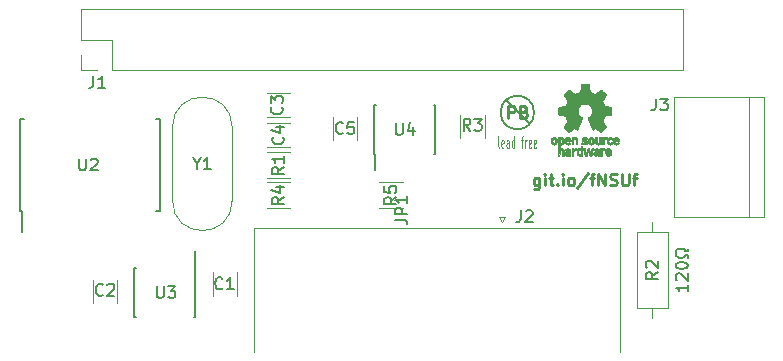
<source format=gbr>
G04 #@! TF.GenerationSoftware,KiCad,Pcbnew,5.0.0-fee4fd1~66~ubuntu18.04.1*
G04 #@! TF.CreationDate,2018-08-10T10:17:42+02:00*
G04 #@! TF.ProjectId,Can_pHat_5.0,43616E5F704861745F352E302E6B6963,rev?*
G04 #@! TF.SameCoordinates,Original*
G04 #@! TF.FileFunction,Legend,Top*
G04 #@! TF.FilePolarity,Positive*
%FSLAX46Y46*%
G04 Gerber Fmt 4.6, Leading zero omitted, Abs format (unit mm)*
G04 Created by KiCad (PCBNEW 5.0.0-fee4fd1~66~ubuntu18.04.1) date Fri Aug 10 10:17:42 2018*
%MOMM*%
%LPD*%
G01*
G04 APERTURE LIST*
%ADD10C,0.125000*%
%ADD11C,0.200000*%
%ADD12C,0.250000*%
%ADD13C,0.150000*%
%ADD14C,0.120000*%
%ADD15C,0.010000*%
G04 APERTURE END LIST*
D10*
X59436190Y-29662380D02*
X59388571Y-29614761D01*
X59364761Y-29519523D01*
X59364761Y-28662380D01*
X59817142Y-29614761D02*
X59769523Y-29662380D01*
X59674285Y-29662380D01*
X59626666Y-29614761D01*
X59602857Y-29519523D01*
X59602857Y-29138571D01*
X59626666Y-29043333D01*
X59674285Y-28995714D01*
X59769523Y-28995714D01*
X59817142Y-29043333D01*
X59840952Y-29138571D01*
X59840952Y-29233809D01*
X59602857Y-29329047D01*
X60269523Y-29662380D02*
X60269523Y-29138571D01*
X60245714Y-29043333D01*
X60198095Y-28995714D01*
X60102857Y-28995714D01*
X60055238Y-29043333D01*
X60269523Y-29614761D02*
X60221904Y-29662380D01*
X60102857Y-29662380D01*
X60055238Y-29614761D01*
X60031428Y-29519523D01*
X60031428Y-29424285D01*
X60055238Y-29329047D01*
X60102857Y-29281428D01*
X60221904Y-29281428D01*
X60269523Y-29233809D01*
X60721904Y-29662380D02*
X60721904Y-28662380D01*
X60721904Y-29614761D02*
X60674285Y-29662380D01*
X60579047Y-29662380D01*
X60531428Y-29614761D01*
X60507619Y-29567142D01*
X60483809Y-29471904D01*
X60483809Y-29186190D01*
X60507619Y-29090952D01*
X60531428Y-29043333D01*
X60579047Y-28995714D01*
X60674285Y-28995714D01*
X60721904Y-29043333D01*
X61269523Y-28995714D02*
X61460000Y-28995714D01*
X61340952Y-29662380D02*
X61340952Y-28805238D01*
X61364761Y-28710000D01*
X61412380Y-28662380D01*
X61460000Y-28662380D01*
X61626666Y-29662380D02*
X61626666Y-28995714D01*
X61626666Y-29186190D02*
X61650476Y-29090952D01*
X61674285Y-29043333D01*
X61721904Y-28995714D01*
X61769523Y-28995714D01*
X62126666Y-29614761D02*
X62079047Y-29662380D01*
X61983809Y-29662380D01*
X61936190Y-29614761D01*
X61912380Y-29519523D01*
X61912380Y-29138571D01*
X61936190Y-29043333D01*
X61983809Y-28995714D01*
X62079047Y-28995714D01*
X62126666Y-29043333D01*
X62150476Y-29138571D01*
X62150476Y-29233809D01*
X61912380Y-29329047D01*
X62555238Y-29614761D02*
X62507619Y-29662380D01*
X62412380Y-29662380D01*
X62364761Y-29614761D01*
X62340952Y-29519523D01*
X62340952Y-29138571D01*
X62364761Y-29043333D01*
X62412380Y-28995714D01*
X62507619Y-28995714D01*
X62555238Y-29043333D01*
X62579047Y-29138571D01*
X62579047Y-29233809D01*
X62340952Y-29329047D01*
D11*
X61976000Y-27559000D02*
X60071000Y-25654000D01*
X62379903Y-26670000D02*
G75*
G03X62379903Y-26670000I-1419903J0D01*
G01*
D12*
X60198095Y-27122380D02*
X60198095Y-26122380D01*
X60579047Y-26122380D01*
X60674285Y-26170000D01*
X60721904Y-26217619D01*
X60769523Y-26312857D01*
X60769523Y-26455714D01*
X60721904Y-26550952D01*
X60674285Y-26598571D01*
X60579047Y-26646190D01*
X60198095Y-26646190D01*
X61531428Y-26598571D02*
X61674285Y-26646190D01*
X61721904Y-26693809D01*
X61769523Y-26789047D01*
X61769523Y-26931904D01*
X61721904Y-27027142D01*
X61674285Y-27074761D01*
X61579047Y-27122380D01*
X61198095Y-27122380D01*
X61198095Y-26122380D01*
X61531428Y-26122380D01*
X61626666Y-26170000D01*
X61674285Y-26217619D01*
X61721904Y-26312857D01*
X61721904Y-26408095D01*
X61674285Y-26503333D01*
X61626666Y-26550952D01*
X61531428Y-26598571D01*
X61198095Y-26598571D01*
D13*
X75382380Y-41243095D02*
X75382380Y-41814523D01*
X75382380Y-41528809D02*
X74382380Y-41528809D01*
X74525238Y-41624047D01*
X74620476Y-41719285D01*
X74668095Y-41814523D01*
X74477619Y-40862142D02*
X74430000Y-40814523D01*
X74382380Y-40719285D01*
X74382380Y-40481190D01*
X74430000Y-40385952D01*
X74477619Y-40338333D01*
X74572857Y-40290714D01*
X74668095Y-40290714D01*
X74810952Y-40338333D01*
X75382380Y-40909761D01*
X75382380Y-40290714D01*
X74382380Y-39671666D02*
X74382380Y-39576428D01*
X74430000Y-39481190D01*
X74477619Y-39433571D01*
X74572857Y-39385952D01*
X74763333Y-39338333D01*
X75001428Y-39338333D01*
X75191904Y-39385952D01*
X75287142Y-39433571D01*
X75334761Y-39481190D01*
X75382380Y-39576428D01*
X75382380Y-39671666D01*
X75334761Y-39766904D01*
X75287142Y-39814523D01*
X75191904Y-39862142D01*
X75001428Y-39909761D01*
X74763333Y-39909761D01*
X74572857Y-39862142D01*
X74477619Y-39814523D01*
X74430000Y-39766904D01*
X74382380Y-39671666D01*
X75382380Y-38957380D02*
X75382380Y-38719285D01*
X75191904Y-38719285D01*
X75144285Y-38814523D01*
X75049047Y-38909761D01*
X74906190Y-38957380D01*
X74668095Y-38957380D01*
X74525238Y-38909761D01*
X74430000Y-38814523D01*
X74382380Y-38671666D01*
X74382380Y-38481190D01*
X74430000Y-38338333D01*
X74525238Y-38243095D01*
X74668095Y-38195476D01*
X74906190Y-38195476D01*
X75049047Y-38243095D01*
X75144285Y-38338333D01*
X75191904Y-38433571D01*
X75382380Y-38433571D01*
X75382380Y-38195476D01*
D12*
X62817857Y-32170714D02*
X62817857Y-32980238D01*
X62770238Y-33075476D01*
X62722619Y-33123095D01*
X62627380Y-33170714D01*
X62484523Y-33170714D01*
X62389285Y-33123095D01*
X62817857Y-32789761D02*
X62722619Y-32837380D01*
X62532142Y-32837380D01*
X62436904Y-32789761D01*
X62389285Y-32742142D01*
X62341666Y-32646904D01*
X62341666Y-32361190D01*
X62389285Y-32265952D01*
X62436904Y-32218333D01*
X62532142Y-32170714D01*
X62722619Y-32170714D01*
X62817857Y-32218333D01*
X63294047Y-32837380D02*
X63294047Y-32170714D01*
X63294047Y-31837380D02*
X63246428Y-31885000D01*
X63294047Y-31932619D01*
X63341666Y-31885000D01*
X63294047Y-31837380D01*
X63294047Y-31932619D01*
X63627380Y-32170714D02*
X64008333Y-32170714D01*
X63770238Y-31837380D02*
X63770238Y-32694523D01*
X63817857Y-32789761D01*
X63913095Y-32837380D01*
X64008333Y-32837380D01*
X64341666Y-32742142D02*
X64389285Y-32789761D01*
X64341666Y-32837380D01*
X64294047Y-32789761D01*
X64341666Y-32742142D01*
X64341666Y-32837380D01*
X64817857Y-32837380D02*
X64817857Y-32170714D01*
X64817857Y-31837380D02*
X64770238Y-31885000D01*
X64817857Y-31932619D01*
X64865476Y-31885000D01*
X64817857Y-31837380D01*
X64817857Y-31932619D01*
X65436904Y-32837380D02*
X65341666Y-32789761D01*
X65294047Y-32742142D01*
X65246428Y-32646904D01*
X65246428Y-32361190D01*
X65294047Y-32265952D01*
X65341666Y-32218333D01*
X65436904Y-32170714D01*
X65579761Y-32170714D01*
X65675000Y-32218333D01*
X65722619Y-32265952D01*
X65770238Y-32361190D01*
X65770238Y-32646904D01*
X65722619Y-32742142D01*
X65675000Y-32789761D01*
X65579761Y-32837380D01*
X65436904Y-32837380D01*
X66913095Y-31789761D02*
X66055952Y-33075476D01*
X67103571Y-32170714D02*
X67484523Y-32170714D01*
X67246428Y-32837380D02*
X67246428Y-31980238D01*
X67294047Y-31885000D01*
X67389285Y-31837380D01*
X67484523Y-31837380D01*
X67817857Y-32837380D02*
X67817857Y-31837380D01*
X68389285Y-32837380D01*
X68389285Y-31837380D01*
X68817857Y-32789761D02*
X68960714Y-32837380D01*
X69198809Y-32837380D01*
X69294047Y-32789761D01*
X69341666Y-32742142D01*
X69389285Y-32646904D01*
X69389285Y-32551666D01*
X69341666Y-32456428D01*
X69294047Y-32408809D01*
X69198809Y-32361190D01*
X69008333Y-32313571D01*
X68913095Y-32265952D01*
X68865476Y-32218333D01*
X68817857Y-32123095D01*
X68817857Y-32027857D01*
X68865476Y-31932619D01*
X68913095Y-31885000D01*
X69008333Y-31837380D01*
X69246428Y-31837380D01*
X69389285Y-31885000D01*
X69817857Y-31837380D02*
X69817857Y-32646904D01*
X69865476Y-32742142D01*
X69913095Y-32789761D01*
X70008333Y-32837380D01*
X70198809Y-32837380D01*
X70294047Y-32789761D01*
X70341666Y-32742142D01*
X70389285Y-32646904D01*
X70389285Y-31837380D01*
X70722619Y-32170714D02*
X71103571Y-32170714D01*
X70865476Y-32837380D02*
X70865476Y-31980238D01*
X70913095Y-31885000D01*
X71008333Y-31837380D01*
X71103571Y-31837380D01*
D14*
G04 #@! TO.C,J2*
X38665000Y-46917000D02*
X38665000Y-36437000D01*
X38665000Y-36437000D02*
X69635000Y-36437000D01*
X69635000Y-36437000D02*
X69635000Y-46917000D01*
X59440000Y-35542662D02*
X59940000Y-35542662D01*
X59940000Y-35542662D02*
X59690000Y-35975675D01*
X59690000Y-35975675D02*
X59440000Y-35542662D01*
D13*
G04 #@! TO.C,U2*
X19065000Y-34990000D02*
X19065000Y-36815000D01*
X30715000Y-34990000D02*
X30715000Y-27240000D01*
X18815000Y-34990000D02*
X18815000Y-27240000D01*
X30715000Y-34990000D02*
X30370000Y-34990000D01*
X30715000Y-27240000D02*
X30370000Y-27240000D01*
X18815000Y-27240000D02*
X19160000Y-27240000D01*
X18815000Y-34990000D02*
X19065000Y-34990000D01*
D14*
G04 #@! TO.C,Y1*
X36815000Y-27890000D02*
G75*
G03X31765000Y-27890000I-2525000J0D01*
G01*
X36815000Y-34140000D02*
G75*
G02X31765000Y-34140000I-2525000J0D01*
G01*
X36815000Y-34140000D02*
X36815000Y-27890000D01*
X31765000Y-34140000D02*
X31765000Y-27890000D01*
G04 #@! TO.C,C1*
X37215000Y-42180000D02*
X37215000Y-40180000D01*
X35175000Y-40180000D02*
X35175000Y-42180000D01*
G04 #@! TO.C,C2*
X27055000Y-42815000D02*
X27055000Y-40815000D01*
X25015000Y-40815000D02*
X25015000Y-42815000D01*
G04 #@! TO.C,C3*
X39735000Y-27055000D02*
X41735000Y-27055000D01*
X41735000Y-25015000D02*
X39735000Y-25015000D01*
G04 #@! TO.C,C4*
X41735000Y-27555000D02*
X39735000Y-27555000D01*
X39735000Y-29595000D02*
X41735000Y-29595000D01*
G04 #@! TO.C,C5*
X45335000Y-27035000D02*
X45335000Y-29035000D01*
X47375000Y-29035000D02*
X47375000Y-27035000D01*
G04 #@! TO.C,J1*
X24040000Y-23100000D02*
X24040000Y-21770000D01*
X25370000Y-23100000D02*
X24040000Y-23100000D01*
X24040000Y-20500000D02*
X24040000Y-17900000D01*
X26640000Y-20500000D02*
X24040000Y-20500000D01*
X26640000Y-23100000D02*
X26640000Y-20500000D01*
X24040000Y-17900000D02*
X74960000Y-17900000D01*
X26640000Y-23100000D02*
X74960000Y-23100000D01*
X74960000Y-23100000D02*
X74960000Y-17900000D01*
G04 #@! TO.C,J3*
X81810000Y-35540000D02*
X81810000Y-25380000D01*
X74190000Y-35540000D02*
X81810000Y-35540000D01*
X74190000Y-25380000D02*
X74190000Y-35540000D01*
X81810000Y-25380000D02*
X74190000Y-25380000D01*
X80540000Y-25380000D02*
X80540000Y-35540000D01*
G04 #@! TO.C,R1*
X39735000Y-30045000D02*
X41735000Y-30045000D01*
X41735000Y-32185000D02*
X39735000Y-32185000D01*
G04 #@! TO.C,R2*
X72390000Y-44105000D02*
X72390000Y-43215000D01*
X72390000Y-35905000D02*
X72390000Y-36795000D01*
X73700000Y-43215000D02*
X73700000Y-36795000D01*
X71080000Y-43215000D02*
X73700000Y-43215000D01*
X71080000Y-36795000D02*
X71080000Y-43215000D01*
X73700000Y-36795000D02*
X71080000Y-36795000D01*
G04 #@! TO.C,R3*
X56080000Y-28845000D02*
X56080000Y-26845000D01*
X58220000Y-26845000D02*
X58220000Y-28845000D01*
G04 #@! TO.C,R4*
X39735000Y-32585000D02*
X41735000Y-32585000D01*
X41735000Y-34725000D02*
X39735000Y-34725000D01*
G04 #@! TO.C,R5*
X51260000Y-34725000D02*
X49260000Y-34725000D01*
X49260000Y-32585000D02*
X51260000Y-32585000D01*
D13*
G04 #@! TO.C,U3*
X33690000Y-39835000D02*
X33640000Y-39835000D01*
X33690000Y-43985000D02*
X33545000Y-43985000D01*
X28540000Y-43985000D02*
X28685000Y-43985000D01*
X28540000Y-39835000D02*
X28685000Y-39835000D01*
X33690000Y-39835000D02*
X33690000Y-43985000D01*
X28540000Y-39835000D02*
X28540000Y-43985000D01*
X33640000Y-39835000D02*
X33640000Y-38435000D01*
G04 #@! TO.C,U4*
X48910000Y-30175000D02*
X48910000Y-31575000D01*
X54010000Y-30175000D02*
X54010000Y-26025000D01*
X48860000Y-30175000D02*
X48860000Y-26025000D01*
X54010000Y-30175000D02*
X53865000Y-30175000D01*
X54010000Y-26025000D02*
X53865000Y-26025000D01*
X48860000Y-26025000D02*
X49005000Y-26025000D01*
X48860000Y-30175000D02*
X48910000Y-30175000D01*
D15*
G04 #@! TO.C,REF\002A\002A\002A*
G36*
X64766241Y-28774184D02*
X64792753Y-28787282D01*
X64825447Y-28810106D01*
X64849275Y-28834996D01*
X64865594Y-28866249D01*
X64875760Y-28908166D01*
X64881128Y-28965044D01*
X64883056Y-29041184D01*
X64883169Y-29073917D01*
X64882839Y-29145656D01*
X64881473Y-29196927D01*
X64878500Y-29232404D01*
X64873351Y-29256763D01*
X64865457Y-29274680D01*
X64857243Y-29286902D01*
X64804813Y-29338905D01*
X64743070Y-29370184D01*
X64676464Y-29379592D01*
X64609442Y-29365980D01*
X64588208Y-29356354D01*
X64537376Y-29329859D01*
X64537376Y-29745052D01*
X64574475Y-29725868D01*
X64623357Y-29711025D01*
X64683439Y-29707222D01*
X64743436Y-29714243D01*
X64788744Y-29730013D01*
X64826325Y-29760047D01*
X64858436Y-29803024D01*
X64860850Y-29807436D01*
X64871033Y-29828221D01*
X64878470Y-29849170D01*
X64883589Y-29874548D01*
X64886819Y-29908618D01*
X64888587Y-29955641D01*
X64889323Y-30019882D01*
X64889456Y-30092176D01*
X64889456Y-30322822D01*
X64751139Y-30322822D01*
X64751139Y-29897533D01*
X64712451Y-29864979D01*
X64672262Y-29838940D01*
X64634203Y-29834205D01*
X64595934Y-29846389D01*
X64575538Y-29858320D01*
X64560358Y-29875313D01*
X64549562Y-29900995D01*
X64542317Y-29938991D01*
X64537792Y-29992926D01*
X64535156Y-30066425D01*
X64534228Y-30115347D01*
X64531089Y-30316535D01*
X64465074Y-30320336D01*
X64399060Y-30324136D01*
X64399060Y-29075650D01*
X64537376Y-29075650D01*
X64540903Y-29145254D01*
X64552785Y-29193569D01*
X64574980Y-29223631D01*
X64609441Y-29238471D01*
X64644258Y-29241436D01*
X64683671Y-29238028D01*
X64709829Y-29224617D01*
X64726186Y-29206896D01*
X64739063Y-29187835D01*
X64746728Y-29166601D01*
X64750139Y-29136849D01*
X64750251Y-29092236D01*
X64749103Y-29054880D01*
X64746468Y-28998604D01*
X64742544Y-28961658D01*
X64735937Y-28938223D01*
X64725251Y-28922480D01*
X64715167Y-28913380D01*
X64673030Y-28893537D01*
X64623160Y-28890332D01*
X64594524Y-28897168D01*
X64566172Y-28921464D01*
X64547391Y-28968728D01*
X64538288Y-29038624D01*
X64537376Y-29075650D01*
X64399060Y-29075650D01*
X64399060Y-28763614D01*
X64468218Y-28763614D01*
X64509740Y-28765256D01*
X64531162Y-28771087D01*
X64537374Y-28782461D01*
X64537376Y-28782798D01*
X64540258Y-28793938D01*
X64552970Y-28792673D01*
X64578243Y-28780433D01*
X64637131Y-28761707D01*
X64703385Y-28759739D01*
X64766241Y-28774184D01*
X64766241Y-28774184D01*
G37*
X64766241Y-28774184D02*
X64792753Y-28787282D01*
X64825447Y-28810106D01*
X64849275Y-28834996D01*
X64865594Y-28866249D01*
X64875760Y-28908166D01*
X64881128Y-28965044D01*
X64883056Y-29041184D01*
X64883169Y-29073917D01*
X64882839Y-29145656D01*
X64881473Y-29196927D01*
X64878500Y-29232404D01*
X64873351Y-29256763D01*
X64865457Y-29274680D01*
X64857243Y-29286902D01*
X64804813Y-29338905D01*
X64743070Y-29370184D01*
X64676464Y-29379592D01*
X64609442Y-29365980D01*
X64588208Y-29356354D01*
X64537376Y-29329859D01*
X64537376Y-29745052D01*
X64574475Y-29725868D01*
X64623357Y-29711025D01*
X64683439Y-29707222D01*
X64743436Y-29714243D01*
X64788744Y-29730013D01*
X64826325Y-29760047D01*
X64858436Y-29803024D01*
X64860850Y-29807436D01*
X64871033Y-29828221D01*
X64878470Y-29849170D01*
X64883589Y-29874548D01*
X64886819Y-29908618D01*
X64888587Y-29955641D01*
X64889323Y-30019882D01*
X64889456Y-30092176D01*
X64889456Y-30322822D01*
X64751139Y-30322822D01*
X64751139Y-29897533D01*
X64712451Y-29864979D01*
X64672262Y-29838940D01*
X64634203Y-29834205D01*
X64595934Y-29846389D01*
X64575538Y-29858320D01*
X64560358Y-29875313D01*
X64549562Y-29900995D01*
X64542317Y-29938991D01*
X64537792Y-29992926D01*
X64535156Y-30066425D01*
X64534228Y-30115347D01*
X64531089Y-30316535D01*
X64465074Y-30320336D01*
X64399060Y-30324136D01*
X64399060Y-29075650D01*
X64537376Y-29075650D01*
X64540903Y-29145254D01*
X64552785Y-29193569D01*
X64574980Y-29223631D01*
X64609441Y-29238471D01*
X64644258Y-29241436D01*
X64683671Y-29238028D01*
X64709829Y-29224617D01*
X64726186Y-29206896D01*
X64739063Y-29187835D01*
X64746728Y-29166601D01*
X64750139Y-29136849D01*
X64750251Y-29092236D01*
X64749103Y-29054880D01*
X64746468Y-28998604D01*
X64742544Y-28961658D01*
X64735937Y-28938223D01*
X64725251Y-28922480D01*
X64715167Y-28913380D01*
X64673030Y-28893537D01*
X64623160Y-28890332D01*
X64594524Y-28897168D01*
X64566172Y-28921464D01*
X64547391Y-28968728D01*
X64538288Y-29038624D01*
X64537376Y-29075650D01*
X64399060Y-29075650D01*
X64399060Y-28763614D01*
X64468218Y-28763614D01*
X64509740Y-28765256D01*
X64531162Y-28771087D01*
X64537374Y-28782461D01*
X64537376Y-28782798D01*
X64540258Y-28793938D01*
X64552970Y-28792673D01*
X64578243Y-28780433D01*
X64637131Y-28761707D01*
X64703385Y-28759739D01*
X64766241Y-28774184D01*
G36*
X65290790Y-29711555D02*
X65349945Y-29727339D01*
X65394977Y-29755948D01*
X65426754Y-29793419D01*
X65436634Y-29809411D01*
X65443927Y-29826163D01*
X65449026Y-29847592D01*
X65452321Y-29877616D01*
X65454203Y-29920154D01*
X65455063Y-29979122D01*
X65455293Y-30058440D01*
X65455297Y-30079484D01*
X65455297Y-30322822D01*
X65394941Y-30322822D01*
X65356443Y-30320126D01*
X65327977Y-30313295D01*
X65320845Y-30309083D01*
X65301348Y-30301813D01*
X65281434Y-30309083D01*
X65248647Y-30318160D01*
X65201022Y-30321813D01*
X65148236Y-30320228D01*
X65099964Y-30313589D01*
X65071782Y-30305072D01*
X65017247Y-30270063D01*
X64983165Y-30221479D01*
X64967843Y-30156882D01*
X64967701Y-30155223D01*
X64969045Y-30126566D01*
X65090644Y-30126566D01*
X65101274Y-30159161D01*
X65118590Y-30177505D01*
X65153348Y-30191379D01*
X65199227Y-30196917D01*
X65246012Y-30194191D01*
X65283486Y-30183274D01*
X65293985Y-30176269D01*
X65312332Y-30143904D01*
X65316980Y-30107111D01*
X65316980Y-30058763D01*
X65247418Y-30058763D01*
X65181333Y-30063850D01*
X65131236Y-30078263D01*
X65100071Y-30100729D01*
X65090644Y-30126566D01*
X64969045Y-30126566D01*
X64971013Y-30084647D01*
X64994290Y-30028845D01*
X65038052Y-29986647D01*
X65044101Y-29982808D01*
X65070093Y-29970309D01*
X65102265Y-29962740D01*
X65147240Y-29959061D01*
X65200669Y-29958216D01*
X65316980Y-29958169D01*
X65316980Y-29909411D01*
X65312047Y-29871581D01*
X65299457Y-29846236D01*
X65297983Y-29844887D01*
X65269966Y-29833800D01*
X65227674Y-29829503D01*
X65180936Y-29831615D01*
X65139582Y-29839756D01*
X65115043Y-29851965D01*
X65101747Y-29861746D01*
X65087706Y-29863613D01*
X65068329Y-29855600D01*
X65039024Y-29835739D01*
X64995197Y-29802063D01*
X64991175Y-29798909D01*
X64993236Y-29787236D01*
X65010432Y-29767822D01*
X65036567Y-29746248D01*
X65065448Y-29728096D01*
X65074522Y-29723809D01*
X65107620Y-29715256D01*
X65156120Y-29709155D01*
X65210305Y-29706708D01*
X65212839Y-29706703D01*
X65290790Y-29711555D01*
X65290790Y-29711555D01*
G37*
X65290790Y-29711555D02*
X65349945Y-29727339D01*
X65394977Y-29755948D01*
X65426754Y-29793419D01*
X65436634Y-29809411D01*
X65443927Y-29826163D01*
X65449026Y-29847592D01*
X65452321Y-29877616D01*
X65454203Y-29920154D01*
X65455063Y-29979122D01*
X65455293Y-30058440D01*
X65455297Y-30079484D01*
X65455297Y-30322822D01*
X65394941Y-30322822D01*
X65356443Y-30320126D01*
X65327977Y-30313295D01*
X65320845Y-30309083D01*
X65301348Y-30301813D01*
X65281434Y-30309083D01*
X65248647Y-30318160D01*
X65201022Y-30321813D01*
X65148236Y-30320228D01*
X65099964Y-30313589D01*
X65071782Y-30305072D01*
X65017247Y-30270063D01*
X64983165Y-30221479D01*
X64967843Y-30156882D01*
X64967701Y-30155223D01*
X64969045Y-30126566D01*
X65090644Y-30126566D01*
X65101274Y-30159161D01*
X65118590Y-30177505D01*
X65153348Y-30191379D01*
X65199227Y-30196917D01*
X65246012Y-30194191D01*
X65283486Y-30183274D01*
X65293985Y-30176269D01*
X65312332Y-30143904D01*
X65316980Y-30107111D01*
X65316980Y-30058763D01*
X65247418Y-30058763D01*
X65181333Y-30063850D01*
X65131236Y-30078263D01*
X65100071Y-30100729D01*
X65090644Y-30126566D01*
X64969045Y-30126566D01*
X64971013Y-30084647D01*
X64994290Y-30028845D01*
X65038052Y-29986647D01*
X65044101Y-29982808D01*
X65070093Y-29970309D01*
X65102265Y-29962740D01*
X65147240Y-29959061D01*
X65200669Y-29958216D01*
X65316980Y-29958169D01*
X65316980Y-29909411D01*
X65312047Y-29871581D01*
X65299457Y-29846236D01*
X65297983Y-29844887D01*
X65269966Y-29833800D01*
X65227674Y-29829503D01*
X65180936Y-29831615D01*
X65139582Y-29839756D01*
X65115043Y-29851965D01*
X65101747Y-29861746D01*
X65087706Y-29863613D01*
X65068329Y-29855600D01*
X65039024Y-29835739D01*
X64995197Y-29802063D01*
X64991175Y-29798909D01*
X64993236Y-29787236D01*
X65010432Y-29767822D01*
X65036567Y-29746248D01*
X65065448Y-29728096D01*
X65074522Y-29723809D01*
X65107620Y-29715256D01*
X65156120Y-29709155D01*
X65210305Y-29706708D01*
X65212839Y-29706703D01*
X65290790Y-29711555D01*
G36*
X65681644Y-29708020D02*
X65700461Y-29713660D01*
X65706527Y-29726053D01*
X65706782Y-29731647D01*
X65707871Y-29747230D01*
X65715368Y-29749676D01*
X65735619Y-29738993D01*
X65747649Y-29731694D01*
X65785600Y-29716063D01*
X65830928Y-29708334D01*
X65878456Y-29707740D01*
X65923005Y-29713513D01*
X65959398Y-29724884D01*
X65982457Y-29741088D01*
X65987004Y-29761355D01*
X65984709Y-29766843D01*
X65967980Y-29789626D01*
X65942037Y-29817647D01*
X65937345Y-29822177D01*
X65912617Y-29843005D01*
X65891282Y-29849735D01*
X65861445Y-29845038D01*
X65849492Y-29841917D01*
X65812295Y-29834421D01*
X65786141Y-29837792D01*
X65764054Y-29849681D01*
X65743822Y-29865635D01*
X65728921Y-29885700D01*
X65718566Y-29913702D01*
X65711971Y-29953467D01*
X65708351Y-30008823D01*
X65706922Y-30083594D01*
X65706782Y-30128740D01*
X65706782Y-30322822D01*
X65581040Y-30322822D01*
X65581040Y-29706683D01*
X65643911Y-29706683D01*
X65681644Y-29708020D01*
X65681644Y-29708020D01*
G37*
X65681644Y-29708020D02*
X65700461Y-29713660D01*
X65706527Y-29726053D01*
X65706782Y-29731647D01*
X65707871Y-29747230D01*
X65715368Y-29749676D01*
X65735619Y-29738993D01*
X65747649Y-29731694D01*
X65785600Y-29716063D01*
X65830928Y-29708334D01*
X65878456Y-29707740D01*
X65923005Y-29713513D01*
X65959398Y-29724884D01*
X65982457Y-29741088D01*
X65987004Y-29761355D01*
X65984709Y-29766843D01*
X65967980Y-29789626D01*
X65942037Y-29817647D01*
X65937345Y-29822177D01*
X65912617Y-29843005D01*
X65891282Y-29849735D01*
X65861445Y-29845038D01*
X65849492Y-29841917D01*
X65812295Y-29834421D01*
X65786141Y-29837792D01*
X65764054Y-29849681D01*
X65743822Y-29865635D01*
X65728921Y-29885700D01*
X65718566Y-29913702D01*
X65711971Y-29953467D01*
X65708351Y-30008823D01*
X65706922Y-30083594D01*
X65706782Y-30128740D01*
X65706782Y-30322822D01*
X65581040Y-30322822D01*
X65581040Y-29706683D01*
X65643911Y-29706683D01*
X65681644Y-29708020D01*
G36*
X66473812Y-30322822D02*
X66404654Y-30322822D01*
X66364512Y-30321645D01*
X66343606Y-30316772D01*
X66336078Y-30306186D01*
X66335495Y-30299029D01*
X66334226Y-30284676D01*
X66326221Y-30281923D01*
X66305185Y-30290771D01*
X66288827Y-30299029D01*
X66226023Y-30318597D01*
X66157752Y-30319729D01*
X66102248Y-30305135D01*
X66050562Y-30269877D01*
X66011162Y-30217835D01*
X65989587Y-30156450D01*
X65989038Y-30153018D01*
X65985833Y-30115571D01*
X65984239Y-30061813D01*
X65984367Y-30021155D01*
X66121721Y-30021155D01*
X66124903Y-30075194D01*
X66132141Y-30119735D01*
X66141940Y-30144888D01*
X66179011Y-30179260D01*
X66223026Y-30191582D01*
X66268416Y-30181618D01*
X66307203Y-30151895D01*
X66321892Y-30131905D01*
X66330481Y-30108050D01*
X66334504Y-30073230D01*
X66335495Y-30020930D01*
X66333722Y-29969139D01*
X66329037Y-29923634D01*
X66322397Y-29893181D01*
X66321290Y-29890452D01*
X66294509Y-29858000D01*
X66255421Y-29840183D01*
X66211685Y-29837306D01*
X66170962Y-29849674D01*
X66140913Y-29877593D01*
X66137796Y-29883148D01*
X66128039Y-29917022D01*
X66122723Y-29965728D01*
X66121721Y-30021155D01*
X65984367Y-30021155D01*
X65984432Y-30000540D01*
X65985336Y-29967563D01*
X65991486Y-29885981D01*
X66004267Y-29824730D01*
X66025529Y-29779449D01*
X66057122Y-29745779D01*
X66087793Y-29726014D01*
X66130646Y-29712120D01*
X66183944Y-29707354D01*
X66238520Y-29711236D01*
X66285208Y-29723282D01*
X66309876Y-29737693D01*
X66335495Y-29760878D01*
X66335495Y-29467773D01*
X66473812Y-29467773D01*
X66473812Y-30322822D01*
X66473812Y-30322822D01*
G37*
X66473812Y-30322822D02*
X66404654Y-30322822D01*
X66364512Y-30321645D01*
X66343606Y-30316772D01*
X66336078Y-30306186D01*
X66335495Y-30299029D01*
X66334226Y-30284676D01*
X66326221Y-30281923D01*
X66305185Y-30290771D01*
X66288827Y-30299029D01*
X66226023Y-30318597D01*
X66157752Y-30319729D01*
X66102248Y-30305135D01*
X66050562Y-30269877D01*
X66011162Y-30217835D01*
X65989587Y-30156450D01*
X65989038Y-30153018D01*
X65985833Y-30115571D01*
X65984239Y-30061813D01*
X65984367Y-30021155D01*
X66121721Y-30021155D01*
X66124903Y-30075194D01*
X66132141Y-30119735D01*
X66141940Y-30144888D01*
X66179011Y-30179260D01*
X66223026Y-30191582D01*
X66268416Y-30181618D01*
X66307203Y-30151895D01*
X66321892Y-30131905D01*
X66330481Y-30108050D01*
X66334504Y-30073230D01*
X66335495Y-30020930D01*
X66333722Y-29969139D01*
X66329037Y-29923634D01*
X66322397Y-29893181D01*
X66321290Y-29890452D01*
X66294509Y-29858000D01*
X66255421Y-29840183D01*
X66211685Y-29837306D01*
X66170962Y-29849674D01*
X66140913Y-29877593D01*
X66137796Y-29883148D01*
X66128039Y-29917022D01*
X66122723Y-29965728D01*
X66121721Y-30021155D01*
X65984367Y-30021155D01*
X65984432Y-30000540D01*
X65985336Y-29967563D01*
X65991486Y-29885981D01*
X66004267Y-29824730D01*
X66025529Y-29779449D01*
X66057122Y-29745779D01*
X66087793Y-29726014D01*
X66130646Y-29712120D01*
X66183944Y-29707354D01*
X66238520Y-29711236D01*
X66285208Y-29723282D01*
X66309876Y-29737693D01*
X66335495Y-29760878D01*
X66335495Y-29467773D01*
X66473812Y-29467773D01*
X66473812Y-30322822D01*
G36*
X66956524Y-29709237D02*
X67006255Y-29712971D01*
X67136291Y-30102773D01*
X67156678Y-30033614D01*
X67168946Y-29990874D01*
X67185085Y-29933115D01*
X67202512Y-29869625D01*
X67211726Y-29835570D01*
X67246388Y-29706683D01*
X67389391Y-29706683D01*
X67346646Y-29841857D01*
X67325596Y-29908342D01*
X67300167Y-29988539D01*
X67273610Y-30072193D01*
X67249902Y-30146782D01*
X67195902Y-30316535D01*
X67137598Y-30320328D01*
X67079295Y-30324122D01*
X67047679Y-30219734D01*
X67028182Y-30154889D01*
X67006904Y-30083400D01*
X66988308Y-30020263D01*
X66987574Y-30017750D01*
X66973684Y-29974969D01*
X66961429Y-29945779D01*
X66952846Y-29934741D01*
X66951082Y-29936018D01*
X66944891Y-29953130D01*
X66933128Y-29989787D01*
X66917225Y-30041378D01*
X66898614Y-30103294D01*
X66888543Y-30137352D01*
X66834007Y-30322822D01*
X66718264Y-30322822D01*
X66625737Y-30030471D01*
X66599744Y-29948462D01*
X66576066Y-29873987D01*
X66555820Y-29810544D01*
X66540126Y-29761632D01*
X66530102Y-29730749D01*
X66527055Y-29721726D01*
X66529467Y-29712487D01*
X66548408Y-29708441D01*
X66587823Y-29708846D01*
X66593993Y-29709152D01*
X66667086Y-29712971D01*
X66714957Y-29889010D01*
X66732553Y-29953211D01*
X66748277Y-30009649D01*
X66760746Y-30053422D01*
X66768574Y-30079630D01*
X66770020Y-30083903D01*
X66776014Y-30078990D01*
X66788101Y-30053532D01*
X66804893Y-30010997D01*
X66825003Y-29954850D01*
X66842003Y-29904130D01*
X66906794Y-29705504D01*
X66956524Y-29709237D01*
X66956524Y-29709237D01*
G37*
X66956524Y-29709237D02*
X67006255Y-29712971D01*
X67136291Y-30102773D01*
X67156678Y-30033614D01*
X67168946Y-29990874D01*
X67185085Y-29933115D01*
X67202512Y-29869625D01*
X67211726Y-29835570D01*
X67246388Y-29706683D01*
X67389391Y-29706683D01*
X67346646Y-29841857D01*
X67325596Y-29908342D01*
X67300167Y-29988539D01*
X67273610Y-30072193D01*
X67249902Y-30146782D01*
X67195902Y-30316535D01*
X67137598Y-30320328D01*
X67079295Y-30324122D01*
X67047679Y-30219734D01*
X67028182Y-30154889D01*
X67006904Y-30083400D01*
X66988308Y-30020263D01*
X66987574Y-30017750D01*
X66973684Y-29974969D01*
X66961429Y-29945779D01*
X66952846Y-29934741D01*
X66951082Y-29936018D01*
X66944891Y-29953130D01*
X66933128Y-29989787D01*
X66917225Y-30041378D01*
X66898614Y-30103294D01*
X66888543Y-30137352D01*
X66834007Y-30322822D01*
X66718264Y-30322822D01*
X66625737Y-30030471D01*
X66599744Y-29948462D01*
X66576066Y-29873987D01*
X66555820Y-29810544D01*
X66540126Y-29761632D01*
X66530102Y-29730749D01*
X66527055Y-29721726D01*
X66529467Y-29712487D01*
X66548408Y-29708441D01*
X66587823Y-29708846D01*
X66593993Y-29709152D01*
X66667086Y-29712971D01*
X66714957Y-29889010D01*
X66732553Y-29953211D01*
X66748277Y-30009649D01*
X66760746Y-30053422D01*
X66768574Y-30079630D01*
X66770020Y-30083903D01*
X66776014Y-30078990D01*
X66788101Y-30053532D01*
X66804893Y-30010997D01*
X66825003Y-29954850D01*
X66842003Y-29904130D01*
X66906794Y-29705504D01*
X66956524Y-29709237D01*
G36*
X67713411Y-29710417D02*
X67766411Y-29723290D01*
X67781731Y-29730110D01*
X67811428Y-29747974D01*
X67834220Y-29768093D01*
X67851083Y-29793962D01*
X67862998Y-29829073D01*
X67870942Y-29876920D01*
X67875894Y-29940996D01*
X67878831Y-30024794D01*
X67879947Y-30080768D01*
X67884052Y-30322822D01*
X67813932Y-30322822D01*
X67771393Y-30321038D01*
X67749476Y-30314942D01*
X67743812Y-30304706D01*
X67740821Y-30293637D01*
X67727451Y-30295754D01*
X67709233Y-30304629D01*
X67663624Y-30318233D01*
X67605007Y-30321899D01*
X67543354Y-30315903D01*
X67488638Y-30300521D01*
X67483730Y-30298386D01*
X67433723Y-30263255D01*
X67400756Y-30214419D01*
X67385587Y-30157333D01*
X67386746Y-30136824D01*
X67510508Y-30136824D01*
X67521413Y-30164425D01*
X67553745Y-30184204D01*
X67605910Y-30194819D01*
X67633787Y-30196228D01*
X67680247Y-30192620D01*
X67711129Y-30178597D01*
X67718664Y-30171931D01*
X67739076Y-30135666D01*
X67743812Y-30102773D01*
X67743812Y-30058763D01*
X67682513Y-30058763D01*
X67611256Y-30062395D01*
X67561276Y-30073818D01*
X67529696Y-30093824D01*
X67522626Y-30102743D01*
X67510508Y-30136824D01*
X67386746Y-30136824D01*
X67388971Y-30097456D01*
X67411663Y-30040244D01*
X67442624Y-30001580D01*
X67461376Y-29984864D01*
X67479733Y-29973878D01*
X67503619Y-29967180D01*
X67538957Y-29963326D01*
X67591669Y-29960873D01*
X67612577Y-29960168D01*
X67743812Y-29955879D01*
X67743620Y-29916158D01*
X67738537Y-29874405D01*
X67720162Y-29849158D01*
X67683039Y-29833030D01*
X67682043Y-29832742D01*
X67629410Y-29826400D01*
X67577906Y-29834684D01*
X67539630Y-29854827D01*
X67524272Y-29864773D01*
X67507730Y-29863397D01*
X67482275Y-29848987D01*
X67467328Y-29838817D01*
X67438091Y-29817088D01*
X67419980Y-29800800D01*
X67417074Y-29796137D01*
X67429040Y-29772005D01*
X67464396Y-29743185D01*
X67479753Y-29733461D01*
X67523901Y-29716714D01*
X67583398Y-29707227D01*
X67649487Y-29705095D01*
X67713411Y-29710417D01*
X67713411Y-29710417D01*
G37*
X67713411Y-29710417D02*
X67766411Y-29723290D01*
X67781731Y-29730110D01*
X67811428Y-29747974D01*
X67834220Y-29768093D01*
X67851083Y-29793962D01*
X67862998Y-29829073D01*
X67870942Y-29876920D01*
X67875894Y-29940996D01*
X67878831Y-30024794D01*
X67879947Y-30080768D01*
X67884052Y-30322822D01*
X67813932Y-30322822D01*
X67771393Y-30321038D01*
X67749476Y-30314942D01*
X67743812Y-30304706D01*
X67740821Y-30293637D01*
X67727451Y-30295754D01*
X67709233Y-30304629D01*
X67663624Y-30318233D01*
X67605007Y-30321899D01*
X67543354Y-30315903D01*
X67488638Y-30300521D01*
X67483730Y-30298386D01*
X67433723Y-30263255D01*
X67400756Y-30214419D01*
X67385587Y-30157333D01*
X67386746Y-30136824D01*
X67510508Y-30136824D01*
X67521413Y-30164425D01*
X67553745Y-30184204D01*
X67605910Y-30194819D01*
X67633787Y-30196228D01*
X67680247Y-30192620D01*
X67711129Y-30178597D01*
X67718664Y-30171931D01*
X67739076Y-30135666D01*
X67743812Y-30102773D01*
X67743812Y-30058763D01*
X67682513Y-30058763D01*
X67611256Y-30062395D01*
X67561276Y-30073818D01*
X67529696Y-30093824D01*
X67522626Y-30102743D01*
X67510508Y-30136824D01*
X67386746Y-30136824D01*
X67388971Y-30097456D01*
X67411663Y-30040244D01*
X67442624Y-30001580D01*
X67461376Y-29984864D01*
X67479733Y-29973878D01*
X67503619Y-29967180D01*
X67538957Y-29963326D01*
X67591669Y-29960873D01*
X67612577Y-29960168D01*
X67743812Y-29955879D01*
X67743620Y-29916158D01*
X67738537Y-29874405D01*
X67720162Y-29849158D01*
X67683039Y-29833030D01*
X67682043Y-29832742D01*
X67629410Y-29826400D01*
X67577906Y-29834684D01*
X67539630Y-29854827D01*
X67524272Y-29864773D01*
X67507730Y-29863397D01*
X67482275Y-29848987D01*
X67467328Y-29838817D01*
X67438091Y-29817088D01*
X67419980Y-29800800D01*
X67417074Y-29796137D01*
X67429040Y-29772005D01*
X67464396Y-29743185D01*
X67479753Y-29733461D01*
X67523901Y-29716714D01*
X67583398Y-29707227D01*
X67649487Y-29705095D01*
X67713411Y-29710417D01*
G36*
X68310255Y-29706486D02*
X68358595Y-29716015D01*
X68386114Y-29730125D01*
X68415064Y-29753568D01*
X68373876Y-29805571D01*
X68348482Y-29837064D01*
X68331238Y-29852428D01*
X68314102Y-29854776D01*
X68289027Y-29847217D01*
X68277257Y-29842941D01*
X68229270Y-29836631D01*
X68185324Y-29850156D01*
X68153060Y-29880710D01*
X68147819Y-29890452D01*
X68142112Y-29916258D01*
X68137706Y-29963817D01*
X68134811Y-30029758D01*
X68133631Y-30110710D01*
X68133614Y-30122226D01*
X68133614Y-30322822D01*
X67995297Y-30322822D01*
X67995297Y-29706683D01*
X68064456Y-29706683D01*
X68104333Y-29707725D01*
X68125107Y-29712358D01*
X68132789Y-29722849D01*
X68133614Y-29732745D01*
X68133614Y-29758806D01*
X68166745Y-29732745D01*
X68204735Y-29714965D01*
X68255770Y-29706174D01*
X68310255Y-29706486D01*
X68310255Y-29706486D01*
G37*
X68310255Y-29706486D02*
X68358595Y-29716015D01*
X68386114Y-29730125D01*
X68415064Y-29753568D01*
X68373876Y-29805571D01*
X68348482Y-29837064D01*
X68331238Y-29852428D01*
X68314102Y-29854776D01*
X68289027Y-29847217D01*
X68277257Y-29842941D01*
X68229270Y-29836631D01*
X68185324Y-29850156D01*
X68153060Y-29880710D01*
X68147819Y-29890452D01*
X68142112Y-29916258D01*
X68137706Y-29963817D01*
X68134811Y-30029758D01*
X68133631Y-30110710D01*
X68133614Y-30122226D01*
X68133614Y-30322822D01*
X67995297Y-30322822D01*
X67995297Y-29706683D01*
X68064456Y-29706683D01*
X68104333Y-29707725D01*
X68125107Y-29712358D01*
X68132789Y-29722849D01*
X68133614Y-29732745D01*
X68133614Y-29758806D01*
X68166745Y-29732745D01*
X68204735Y-29714965D01*
X68255770Y-29706174D01*
X68310255Y-29706486D01*
G36*
X68707581Y-29709970D02*
X68767685Y-29725597D01*
X68818021Y-29757848D01*
X68842393Y-29781940D01*
X68882345Y-29838895D01*
X68905242Y-29904965D01*
X68913108Y-29986182D01*
X68913148Y-29992748D01*
X68913218Y-30058763D01*
X68533264Y-30058763D01*
X68541363Y-30093342D01*
X68555987Y-30124659D01*
X68581581Y-30157291D01*
X68586935Y-30162500D01*
X68632943Y-30190694D01*
X68685410Y-30195475D01*
X68745803Y-30176926D01*
X68756040Y-30171931D01*
X68787439Y-30156745D01*
X68808470Y-30148094D01*
X68812139Y-30147293D01*
X68824948Y-30155063D01*
X68849378Y-30174072D01*
X68861779Y-30184460D01*
X68887476Y-30208321D01*
X68895915Y-30224077D01*
X68890058Y-30238571D01*
X68886928Y-30242534D01*
X68865725Y-30259879D01*
X68830738Y-30280959D01*
X68806337Y-30293265D01*
X68737072Y-30314946D01*
X68660388Y-30321971D01*
X68587765Y-30313647D01*
X68567426Y-30307686D01*
X68504476Y-30273952D01*
X68457815Y-30222045D01*
X68427173Y-30151459D01*
X68412282Y-30061692D01*
X68410647Y-30014753D01*
X68415421Y-29946413D01*
X68535990Y-29946413D01*
X68547652Y-29951465D01*
X68578998Y-29955429D01*
X68624571Y-29957768D01*
X68655446Y-29958169D01*
X68710981Y-29957783D01*
X68746033Y-29955975D01*
X68765262Y-29951773D01*
X68773330Y-29944203D01*
X68774901Y-29933218D01*
X68764121Y-29899381D01*
X68736980Y-29865940D01*
X68701277Y-29840272D01*
X68665560Y-29829772D01*
X68617048Y-29839086D01*
X68575053Y-29866013D01*
X68545936Y-29904827D01*
X68535990Y-29946413D01*
X68415421Y-29946413D01*
X68417599Y-29915236D01*
X68439055Y-29835949D01*
X68475470Y-29776263D01*
X68527297Y-29735549D01*
X68594990Y-29713179D01*
X68631662Y-29708871D01*
X68707581Y-29709970D01*
X68707581Y-29709970D01*
G37*
X68707581Y-29709970D02*
X68767685Y-29725597D01*
X68818021Y-29757848D01*
X68842393Y-29781940D01*
X68882345Y-29838895D01*
X68905242Y-29904965D01*
X68913108Y-29986182D01*
X68913148Y-29992748D01*
X68913218Y-30058763D01*
X68533264Y-30058763D01*
X68541363Y-30093342D01*
X68555987Y-30124659D01*
X68581581Y-30157291D01*
X68586935Y-30162500D01*
X68632943Y-30190694D01*
X68685410Y-30195475D01*
X68745803Y-30176926D01*
X68756040Y-30171931D01*
X68787439Y-30156745D01*
X68808470Y-30148094D01*
X68812139Y-30147293D01*
X68824948Y-30155063D01*
X68849378Y-30174072D01*
X68861779Y-30184460D01*
X68887476Y-30208321D01*
X68895915Y-30224077D01*
X68890058Y-30238571D01*
X68886928Y-30242534D01*
X68865725Y-30259879D01*
X68830738Y-30280959D01*
X68806337Y-30293265D01*
X68737072Y-30314946D01*
X68660388Y-30321971D01*
X68587765Y-30313647D01*
X68567426Y-30307686D01*
X68504476Y-30273952D01*
X68457815Y-30222045D01*
X68427173Y-30151459D01*
X68412282Y-30061692D01*
X68410647Y-30014753D01*
X68415421Y-29946413D01*
X68535990Y-29946413D01*
X68547652Y-29951465D01*
X68578998Y-29955429D01*
X68624571Y-29957768D01*
X68655446Y-29958169D01*
X68710981Y-29957783D01*
X68746033Y-29955975D01*
X68765262Y-29951773D01*
X68773330Y-29944203D01*
X68774901Y-29933218D01*
X68764121Y-29899381D01*
X68736980Y-29865940D01*
X68701277Y-29840272D01*
X68665560Y-29829772D01*
X68617048Y-29839086D01*
X68575053Y-29866013D01*
X68545936Y-29904827D01*
X68535990Y-29946413D01*
X68415421Y-29946413D01*
X68417599Y-29915236D01*
X68439055Y-29835949D01*
X68475470Y-29776263D01*
X68527297Y-29735549D01*
X68594990Y-29713179D01*
X68631662Y-29708871D01*
X68707581Y-29709970D01*
G36*
X64136739Y-28770148D02*
X64202521Y-28799231D01*
X64252460Y-28847793D01*
X64286626Y-28915908D01*
X64305093Y-29003651D01*
X64306417Y-29017351D01*
X64307454Y-29113939D01*
X64294007Y-29198602D01*
X64266892Y-29267221D01*
X64252373Y-29289294D01*
X64201799Y-29336011D01*
X64137391Y-29366268D01*
X64065334Y-29378824D01*
X63991815Y-29372439D01*
X63935928Y-29352772D01*
X63887868Y-29319629D01*
X63848588Y-29276175D01*
X63847908Y-29275158D01*
X63831956Y-29248338D01*
X63821590Y-29221368D01*
X63815312Y-29187332D01*
X63811627Y-29139310D01*
X63810003Y-29099931D01*
X63809328Y-29064219D01*
X63935045Y-29064219D01*
X63936274Y-29099770D01*
X63940734Y-29147094D01*
X63948603Y-29177465D01*
X63962793Y-29199072D01*
X63976083Y-29211694D01*
X64023198Y-29238122D01*
X64072495Y-29241653D01*
X64118407Y-29222639D01*
X64141362Y-29201331D01*
X64157904Y-29179859D01*
X64167579Y-29159313D01*
X64171826Y-29132574D01*
X64172080Y-29092523D01*
X64170772Y-29055638D01*
X64167957Y-29002947D01*
X64163495Y-28968772D01*
X64155452Y-28946480D01*
X64141897Y-28929442D01*
X64131155Y-28919703D01*
X64086223Y-28894123D01*
X64037751Y-28892847D01*
X63997106Y-28907999D01*
X63962433Y-28939642D01*
X63941776Y-28991620D01*
X63935045Y-29064219D01*
X63809328Y-29064219D01*
X63808521Y-29021621D01*
X63811052Y-28963056D01*
X63818638Y-28919007D01*
X63832319Y-28884248D01*
X63853135Y-28853551D01*
X63860853Y-28844436D01*
X63909111Y-28799021D01*
X63960872Y-28772493D01*
X64024172Y-28761379D01*
X64055039Y-28760471D01*
X64136739Y-28770148D01*
X64136739Y-28770148D01*
G37*
X64136739Y-28770148D02*
X64202521Y-28799231D01*
X64252460Y-28847793D01*
X64286626Y-28915908D01*
X64305093Y-29003651D01*
X64306417Y-29017351D01*
X64307454Y-29113939D01*
X64294007Y-29198602D01*
X64266892Y-29267221D01*
X64252373Y-29289294D01*
X64201799Y-29336011D01*
X64137391Y-29366268D01*
X64065334Y-29378824D01*
X63991815Y-29372439D01*
X63935928Y-29352772D01*
X63887868Y-29319629D01*
X63848588Y-29276175D01*
X63847908Y-29275158D01*
X63831956Y-29248338D01*
X63821590Y-29221368D01*
X63815312Y-29187332D01*
X63811627Y-29139310D01*
X63810003Y-29099931D01*
X63809328Y-29064219D01*
X63935045Y-29064219D01*
X63936274Y-29099770D01*
X63940734Y-29147094D01*
X63948603Y-29177465D01*
X63962793Y-29199072D01*
X63976083Y-29211694D01*
X64023198Y-29238122D01*
X64072495Y-29241653D01*
X64118407Y-29222639D01*
X64141362Y-29201331D01*
X64157904Y-29179859D01*
X64167579Y-29159313D01*
X64171826Y-29132574D01*
X64172080Y-29092523D01*
X64170772Y-29055638D01*
X64167957Y-29002947D01*
X64163495Y-28968772D01*
X64155452Y-28946480D01*
X64141897Y-28929442D01*
X64131155Y-28919703D01*
X64086223Y-28894123D01*
X64037751Y-28892847D01*
X63997106Y-28907999D01*
X63962433Y-28939642D01*
X63941776Y-28991620D01*
X63935045Y-29064219D01*
X63809328Y-29064219D01*
X63808521Y-29021621D01*
X63811052Y-28963056D01*
X63818638Y-28919007D01*
X63832319Y-28884248D01*
X63853135Y-28853551D01*
X63860853Y-28844436D01*
X63909111Y-28799021D01*
X63960872Y-28772493D01*
X64024172Y-28761379D01*
X64055039Y-28760471D01*
X64136739Y-28770148D01*
G36*
X65318301Y-28777614D02*
X65330832Y-28783514D01*
X65374201Y-28815283D01*
X65415210Y-28861646D01*
X65445832Y-28912696D01*
X65454541Y-28936166D01*
X65462488Y-28978091D01*
X65467226Y-29028757D01*
X65467801Y-29049679D01*
X65467871Y-29115693D01*
X65087917Y-29115693D01*
X65096017Y-29150273D01*
X65115896Y-29191170D01*
X65150653Y-29226514D01*
X65192002Y-29249282D01*
X65218351Y-29254010D01*
X65254084Y-29248273D01*
X65296718Y-29233882D01*
X65311201Y-29227262D01*
X65364760Y-29200513D01*
X65410467Y-29235376D01*
X65436842Y-29258955D01*
X65450876Y-29278417D01*
X65451586Y-29284129D01*
X65439049Y-29297973D01*
X65411572Y-29319012D01*
X65386634Y-29335425D01*
X65319336Y-29364930D01*
X65243890Y-29378284D01*
X65169112Y-29374812D01*
X65109505Y-29356663D01*
X65048059Y-29317784D01*
X65004392Y-29266595D01*
X64977074Y-29200367D01*
X64964678Y-29116371D01*
X64963579Y-29077936D01*
X64967978Y-28989861D01*
X64968518Y-28987299D01*
X65094418Y-28987299D01*
X65097885Y-28995558D01*
X65112137Y-29000113D01*
X65141530Y-29002065D01*
X65190425Y-29002517D01*
X65209252Y-29002525D01*
X65266533Y-29001843D01*
X65302859Y-28999364D01*
X65322396Y-28994443D01*
X65329310Y-28986434D01*
X65329555Y-28983862D01*
X65321664Y-28963423D01*
X65301915Y-28934789D01*
X65293425Y-28924763D01*
X65261906Y-28896408D01*
X65229051Y-28885259D01*
X65211349Y-28884327D01*
X65163461Y-28895981D01*
X65123301Y-28927285D01*
X65097827Y-28972752D01*
X65097375Y-28974233D01*
X65094418Y-28987299D01*
X64968518Y-28987299D01*
X64982608Y-28920510D01*
X65008962Y-28865025D01*
X65041193Y-28825639D01*
X65100783Y-28782931D01*
X65170832Y-28760109D01*
X65245339Y-28758046D01*
X65318301Y-28777614D01*
X65318301Y-28777614D01*
G37*
X65318301Y-28777614D02*
X65330832Y-28783514D01*
X65374201Y-28815283D01*
X65415210Y-28861646D01*
X65445832Y-28912696D01*
X65454541Y-28936166D01*
X65462488Y-28978091D01*
X65467226Y-29028757D01*
X65467801Y-29049679D01*
X65467871Y-29115693D01*
X65087917Y-29115693D01*
X65096017Y-29150273D01*
X65115896Y-29191170D01*
X65150653Y-29226514D01*
X65192002Y-29249282D01*
X65218351Y-29254010D01*
X65254084Y-29248273D01*
X65296718Y-29233882D01*
X65311201Y-29227262D01*
X65364760Y-29200513D01*
X65410467Y-29235376D01*
X65436842Y-29258955D01*
X65450876Y-29278417D01*
X65451586Y-29284129D01*
X65439049Y-29297973D01*
X65411572Y-29319012D01*
X65386634Y-29335425D01*
X65319336Y-29364930D01*
X65243890Y-29378284D01*
X65169112Y-29374812D01*
X65109505Y-29356663D01*
X65048059Y-29317784D01*
X65004392Y-29266595D01*
X64977074Y-29200367D01*
X64964678Y-29116371D01*
X64963579Y-29077936D01*
X64967978Y-28989861D01*
X64968518Y-28987299D01*
X65094418Y-28987299D01*
X65097885Y-28995558D01*
X65112137Y-29000113D01*
X65141530Y-29002065D01*
X65190425Y-29002517D01*
X65209252Y-29002525D01*
X65266533Y-29001843D01*
X65302859Y-28999364D01*
X65322396Y-28994443D01*
X65329310Y-28986434D01*
X65329555Y-28983862D01*
X65321664Y-28963423D01*
X65301915Y-28934789D01*
X65293425Y-28924763D01*
X65261906Y-28896408D01*
X65229051Y-28885259D01*
X65211349Y-28884327D01*
X65163461Y-28895981D01*
X65123301Y-28927285D01*
X65097827Y-28972752D01*
X65097375Y-28974233D01*
X65094418Y-28987299D01*
X64968518Y-28987299D01*
X64982608Y-28920510D01*
X65008962Y-28865025D01*
X65041193Y-28825639D01*
X65100783Y-28782931D01*
X65170832Y-28760109D01*
X65245339Y-28758046D01*
X65318301Y-28777614D01*
G36*
X66689017Y-28761452D02*
X66736634Y-28770482D01*
X66786034Y-28789370D01*
X66791312Y-28791777D01*
X66828774Y-28811476D01*
X66854717Y-28829781D01*
X66863103Y-28841508D01*
X66855117Y-28860632D01*
X66835720Y-28888850D01*
X66827110Y-28899384D01*
X66791628Y-28940847D01*
X66745885Y-28913858D01*
X66702350Y-28895878D01*
X66652050Y-28886267D01*
X66603812Y-28885660D01*
X66566467Y-28894691D01*
X66557505Y-28900327D01*
X66540437Y-28926171D01*
X66538363Y-28955941D01*
X66551134Y-28979197D01*
X66558688Y-28983708D01*
X66581325Y-28989309D01*
X66621115Y-28995892D01*
X66670166Y-29002183D01*
X66679215Y-29003170D01*
X66757996Y-29016798D01*
X66815136Y-29039946D01*
X66853030Y-29074752D01*
X66874079Y-29123354D01*
X66880635Y-29182718D01*
X66871577Y-29250198D01*
X66842164Y-29303188D01*
X66792278Y-29341783D01*
X66721800Y-29366081D01*
X66643565Y-29375667D01*
X66579766Y-29375552D01*
X66528016Y-29366845D01*
X66492673Y-29354825D01*
X66448017Y-29333880D01*
X66406747Y-29309574D01*
X66392079Y-29298876D01*
X66354357Y-29268084D01*
X66399852Y-29222049D01*
X66445347Y-29176013D01*
X66497072Y-29210243D01*
X66548952Y-29235952D01*
X66604351Y-29249399D01*
X66657605Y-29250818D01*
X66703049Y-29240443D01*
X66735016Y-29218507D01*
X66745338Y-29199998D01*
X66743789Y-29170314D01*
X66718140Y-29147615D01*
X66668460Y-29131940D01*
X66614031Y-29124695D01*
X66530264Y-29110873D01*
X66468033Y-29084796D01*
X66426507Y-29045699D01*
X66404853Y-28992820D01*
X66401853Y-28930126D01*
X66416671Y-28864642D01*
X66450454Y-28815144D01*
X66503505Y-28781408D01*
X66576126Y-28763207D01*
X66629928Y-28759639D01*
X66689017Y-28761452D01*
X66689017Y-28761452D01*
G37*
X66689017Y-28761452D02*
X66736634Y-28770482D01*
X66786034Y-28789370D01*
X66791312Y-28791777D01*
X66828774Y-28811476D01*
X66854717Y-28829781D01*
X66863103Y-28841508D01*
X66855117Y-28860632D01*
X66835720Y-28888850D01*
X66827110Y-28899384D01*
X66791628Y-28940847D01*
X66745885Y-28913858D01*
X66702350Y-28895878D01*
X66652050Y-28886267D01*
X66603812Y-28885660D01*
X66566467Y-28894691D01*
X66557505Y-28900327D01*
X66540437Y-28926171D01*
X66538363Y-28955941D01*
X66551134Y-28979197D01*
X66558688Y-28983708D01*
X66581325Y-28989309D01*
X66621115Y-28995892D01*
X66670166Y-29002183D01*
X66679215Y-29003170D01*
X66757996Y-29016798D01*
X66815136Y-29039946D01*
X66853030Y-29074752D01*
X66874079Y-29123354D01*
X66880635Y-29182718D01*
X66871577Y-29250198D01*
X66842164Y-29303188D01*
X66792278Y-29341783D01*
X66721800Y-29366081D01*
X66643565Y-29375667D01*
X66579766Y-29375552D01*
X66528016Y-29366845D01*
X66492673Y-29354825D01*
X66448017Y-29333880D01*
X66406747Y-29309574D01*
X66392079Y-29298876D01*
X66354357Y-29268084D01*
X66399852Y-29222049D01*
X66445347Y-29176013D01*
X66497072Y-29210243D01*
X66548952Y-29235952D01*
X66604351Y-29249399D01*
X66657605Y-29250818D01*
X66703049Y-29240443D01*
X66735016Y-29218507D01*
X66745338Y-29199998D01*
X66743789Y-29170314D01*
X66718140Y-29147615D01*
X66668460Y-29131940D01*
X66614031Y-29124695D01*
X66530264Y-29110873D01*
X66468033Y-29084796D01*
X66426507Y-29045699D01*
X66404853Y-28992820D01*
X66401853Y-28930126D01*
X66416671Y-28864642D01*
X66450454Y-28815144D01*
X66503505Y-28781408D01*
X66576126Y-28763207D01*
X66629928Y-28759639D01*
X66689017Y-28761452D01*
G36*
X67285762Y-28771055D02*
X67349363Y-28805692D01*
X67399123Y-28860372D01*
X67422568Y-28904842D01*
X67432634Y-28944121D01*
X67439156Y-29000116D01*
X67441951Y-29064621D01*
X67440836Y-29129429D01*
X67435626Y-29186334D01*
X67429541Y-29216727D01*
X67409014Y-29258306D01*
X67373463Y-29302468D01*
X67330619Y-29341087D01*
X67288211Y-29366034D01*
X67287177Y-29366430D01*
X67234553Y-29377331D01*
X67172188Y-29377601D01*
X67112924Y-29367676D01*
X67090040Y-29359722D01*
X67031102Y-29326300D01*
X66988890Y-29282511D01*
X66961156Y-29224538D01*
X66945651Y-29148565D01*
X66942143Y-29108771D01*
X66942590Y-29058766D01*
X67077376Y-29058766D01*
X67081917Y-29131732D01*
X67094986Y-29187334D01*
X67115756Y-29222861D01*
X67130552Y-29233020D01*
X67168464Y-29240104D01*
X67213527Y-29238007D01*
X67252487Y-29227812D01*
X67262704Y-29222204D01*
X67289659Y-29189538D01*
X67307451Y-29139545D01*
X67315024Y-29078705D01*
X67311325Y-29013497D01*
X67303057Y-28974253D01*
X67279320Y-28928805D01*
X67241849Y-28900396D01*
X67196720Y-28890573D01*
X67150011Y-28900887D01*
X67114132Y-28926112D01*
X67095277Y-28946925D01*
X67084272Y-28967439D01*
X67079026Y-28995203D01*
X67077449Y-29037762D01*
X67077376Y-29058766D01*
X66942590Y-29058766D01*
X66943094Y-29002580D01*
X66960388Y-28915501D01*
X66994029Y-28847530D01*
X67044018Y-28798664D01*
X67110356Y-28768899D01*
X67124601Y-28765448D01*
X67210210Y-28757345D01*
X67285762Y-28771055D01*
X67285762Y-28771055D01*
G37*
X67285762Y-28771055D02*
X67349363Y-28805692D01*
X67399123Y-28860372D01*
X67422568Y-28904842D01*
X67432634Y-28944121D01*
X67439156Y-29000116D01*
X67441951Y-29064621D01*
X67440836Y-29129429D01*
X67435626Y-29186334D01*
X67429541Y-29216727D01*
X67409014Y-29258306D01*
X67373463Y-29302468D01*
X67330619Y-29341087D01*
X67288211Y-29366034D01*
X67287177Y-29366430D01*
X67234553Y-29377331D01*
X67172188Y-29377601D01*
X67112924Y-29367676D01*
X67090040Y-29359722D01*
X67031102Y-29326300D01*
X66988890Y-29282511D01*
X66961156Y-29224538D01*
X66945651Y-29148565D01*
X66942143Y-29108771D01*
X66942590Y-29058766D01*
X67077376Y-29058766D01*
X67081917Y-29131732D01*
X67094986Y-29187334D01*
X67115756Y-29222861D01*
X67130552Y-29233020D01*
X67168464Y-29240104D01*
X67213527Y-29238007D01*
X67252487Y-29227812D01*
X67262704Y-29222204D01*
X67289659Y-29189538D01*
X67307451Y-29139545D01*
X67315024Y-29078705D01*
X67311325Y-29013497D01*
X67303057Y-28974253D01*
X67279320Y-28928805D01*
X67241849Y-28900396D01*
X67196720Y-28890573D01*
X67150011Y-28900887D01*
X67114132Y-28926112D01*
X67095277Y-28946925D01*
X67084272Y-28967439D01*
X67079026Y-28995203D01*
X67077449Y-29037762D01*
X67077376Y-29058766D01*
X66942590Y-29058766D01*
X66943094Y-29002580D01*
X66960388Y-28915501D01*
X66994029Y-28847530D01*
X67044018Y-28798664D01*
X67110356Y-28768899D01*
X67124601Y-28765448D01*
X67210210Y-28757345D01*
X67285762Y-28771055D01*
G36*
X67668367Y-28959342D02*
X67669555Y-29051563D01*
X67673897Y-29121610D01*
X67682558Y-29172381D01*
X67696704Y-29206772D01*
X67717500Y-29227679D01*
X67746110Y-29238000D01*
X67781535Y-29240636D01*
X67818636Y-29237682D01*
X67846818Y-29226889D01*
X67867243Y-29205360D01*
X67881079Y-29170199D01*
X67889491Y-29118510D01*
X67893643Y-29047394D01*
X67894703Y-28959342D01*
X67894703Y-28763614D01*
X68033020Y-28763614D01*
X68033020Y-29367179D01*
X67963862Y-29367179D01*
X67922170Y-29365489D01*
X67900701Y-29359556D01*
X67894703Y-29348293D01*
X67891091Y-29338261D01*
X67876714Y-29340383D01*
X67847736Y-29354580D01*
X67781319Y-29376480D01*
X67710875Y-29374928D01*
X67643377Y-29351147D01*
X67611233Y-29332362D01*
X67586715Y-29312022D01*
X67568804Y-29286573D01*
X67556479Y-29252458D01*
X67548723Y-29206121D01*
X67544516Y-29144007D01*
X67542840Y-29062561D01*
X67542624Y-28999578D01*
X67542624Y-28763614D01*
X67668367Y-28763614D01*
X67668367Y-28959342D01*
X67668367Y-28959342D01*
G37*
X67668367Y-28959342D02*
X67669555Y-29051563D01*
X67673897Y-29121610D01*
X67682558Y-29172381D01*
X67696704Y-29206772D01*
X67717500Y-29227679D01*
X67746110Y-29238000D01*
X67781535Y-29240636D01*
X67818636Y-29237682D01*
X67846818Y-29226889D01*
X67867243Y-29205360D01*
X67881079Y-29170199D01*
X67889491Y-29118510D01*
X67893643Y-29047394D01*
X67894703Y-28959342D01*
X67894703Y-28763614D01*
X68033020Y-28763614D01*
X68033020Y-29367179D01*
X67963862Y-29367179D01*
X67922170Y-29365489D01*
X67900701Y-29359556D01*
X67894703Y-29348293D01*
X67891091Y-29338261D01*
X67876714Y-29340383D01*
X67847736Y-29354580D01*
X67781319Y-29376480D01*
X67710875Y-29374928D01*
X67643377Y-29351147D01*
X67611233Y-29332362D01*
X67586715Y-29312022D01*
X67568804Y-29286573D01*
X67556479Y-29252458D01*
X67548723Y-29206121D01*
X67544516Y-29144007D01*
X67542840Y-29062561D01*
X67542624Y-28999578D01*
X67542624Y-28763614D01*
X67668367Y-28763614D01*
X67668367Y-28959342D01*
G36*
X68892226Y-28768880D02*
X68965080Y-28799830D01*
X68988027Y-28814895D01*
X69017354Y-28838048D01*
X69035764Y-28856253D01*
X69038961Y-28862183D01*
X69029935Y-28875340D01*
X69006837Y-28897667D01*
X68988344Y-28913250D01*
X68937728Y-28953926D01*
X68897760Y-28920295D01*
X68866874Y-28898584D01*
X68836759Y-28891090D01*
X68802292Y-28892920D01*
X68747561Y-28906528D01*
X68709886Y-28934772D01*
X68686991Y-28980433D01*
X68676597Y-29046289D01*
X68676595Y-29046331D01*
X68677494Y-29119939D01*
X68691463Y-29173946D01*
X68719328Y-29210716D01*
X68738325Y-29223168D01*
X68788776Y-29238673D01*
X68842663Y-29238683D01*
X68889546Y-29223638D01*
X68900644Y-29216287D01*
X68928476Y-29197511D01*
X68950236Y-29194434D01*
X68973704Y-29208409D01*
X68999649Y-29233510D01*
X69040716Y-29275880D01*
X68995121Y-29313464D01*
X68924674Y-29355882D01*
X68845233Y-29376785D01*
X68762215Y-29375272D01*
X68707694Y-29361411D01*
X68643970Y-29327135D01*
X68593005Y-29273212D01*
X68569851Y-29235149D01*
X68551099Y-29180536D01*
X68541715Y-29111369D01*
X68541643Y-29036407D01*
X68550824Y-28964409D01*
X68569199Y-28904137D01*
X68572093Y-28897958D01*
X68614952Y-28837351D01*
X68672979Y-28793224D01*
X68741591Y-28766493D01*
X68816201Y-28758073D01*
X68892226Y-28768880D01*
X68892226Y-28768880D01*
G37*
X68892226Y-28768880D02*
X68965080Y-28799830D01*
X68988027Y-28814895D01*
X69017354Y-28838048D01*
X69035764Y-28856253D01*
X69038961Y-28862183D01*
X69029935Y-28875340D01*
X69006837Y-28897667D01*
X68988344Y-28913250D01*
X68937728Y-28953926D01*
X68897760Y-28920295D01*
X68866874Y-28898584D01*
X68836759Y-28891090D01*
X68802292Y-28892920D01*
X68747561Y-28906528D01*
X68709886Y-28934772D01*
X68686991Y-28980433D01*
X68676597Y-29046289D01*
X68676595Y-29046331D01*
X68677494Y-29119939D01*
X68691463Y-29173946D01*
X68719328Y-29210716D01*
X68738325Y-29223168D01*
X68788776Y-29238673D01*
X68842663Y-29238683D01*
X68889546Y-29223638D01*
X68900644Y-29216287D01*
X68928476Y-29197511D01*
X68950236Y-29194434D01*
X68973704Y-29208409D01*
X68999649Y-29233510D01*
X69040716Y-29275880D01*
X68995121Y-29313464D01*
X68924674Y-29355882D01*
X68845233Y-29376785D01*
X68762215Y-29375272D01*
X68707694Y-29361411D01*
X68643970Y-29327135D01*
X68593005Y-29273212D01*
X68569851Y-29235149D01*
X68551099Y-29180536D01*
X68541715Y-29111369D01*
X68541643Y-29036407D01*
X68550824Y-28964409D01*
X68569199Y-28904137D01*
X68572093Y-28897958D01*
X68614952Y-28837351D01*
X68672979Y-28793224D01*
X68741591Y-28766493D01*
X68816201Y-28758073D01*
X68892226Y-28768880D01*
G36*
X69352898Y-28761457D02*
X69385096Y-28769279D01*
X69446825Y-28797921D01*
X69499610Y-28841667D01*
X69536141Y-28894117D01*
X69541160Y-28905893D01*
X69548045Y-28936740D01*
X69552864Y-28982371D01*
X69554505Y-29028492D01*
X69554505Y-29115693D01*
X69372178Y-29115693D01*
X69296979Y-29115978D01*
X69244003Y-29117704D01*
X69210325Y-29122181D01*
X69193020Y-29130720D01*
X69189163Y-29144630D01*
X69195829Y-29165222D01*
X69207770Y-29189315D01*
X69241080Y-29229525D01*
X69287368Y-29249558D01*
X69343944Y-29248905D01*
X69408031Y-29227101D01*
X69463417Y-29200193D01*
X69509375Y-29236532D01*
X69555333Y-29272872D01*
X69512096Y-29312819D01*
X69454374Y-29350563D01*
X69383386Y-29373320D01*
X69307029Y-29379688D01*
X69233199Y-29368268D01*
X69221287Y-29364393D01*
X69156399Y-29330506D01*
X69108130Y-29279986D01*
X69075465Y-29211325D01*
X69057385Y-29123014D01*
X69057175Y-29121121D01*
X69055556Y-29024878D01*
X69062100Y-28990542D01*
X69189852Y-28990542D01*
X69201584Y-28995822D01*
X69233438Y-28999867D01*
X69280397Y-29002176D01*
X69310154Y-29002525D01*
X69365648Y-29002306D01*
X69400346Y-29000916D01*
X69418601Y-28997251D01*
X69424766Y-28990210D01*
X69423195Y-28978690D01*
X69421878Y-28974233D01*
X69399382Y-28932355D01*
X69364003Y-28898604D01*
X69332780Y-28883773D01*
X69291301Y-28884668D01*
X69249269Y-28903164D01*
X69214012Y-28933786D01*
X69192854Y-28971062D01*
X69189852Y-28990542D01*
X69062100Y-28990542D01*
X69071690Y-28940229D01*
X69103698Y-28869191D01*
X69149701Y-28813779D01*
X69207821Y-28776009D01*
X69276180Y-28757896D01*
X69352898Y-28761457D01*
X69352898Y-28761457D01*
G37*
X69352898Y-28761457D02*
X69385096Y-28769279D01*
X69446825Y-28797921D01*
X69499610Y-28841667D01*
X69536141Y-28894117D01*
X69541160Y-28905893D01*
X69548045Y-28936740D01*
X69552864Y-28982371D01*
X69554505Y-29028492D01*
X69554505Y-29115693D01*
X69372178Y-29115693D01*
X69296979Y-29115978D01*
X69244003Y-29117704D01*
X69210325Y-29122181D01*
X69193020Y-29130720D01*
X69189163Y-29144630D01*
X69195829Y-29165222D01*
X69207770Y-29189315D01*
X69241080Y-29229525D01*
X69287368Y-29249558D01*
X69343944Y-29248905D01*
X69408031Y-29227101D01*
X69463417Y-29200193D01*
X69509375Y-29236532D01*
X69555333Y-29272872D01*
X69512096Y-29312819D01*
X69454374Y-29350563D01*
X69383386Y-29373320D01*
X69307029Y-29379688D01*
X69233199Y-29368268D01*
X69221287Y-29364393D01*
X69156399Y-29330506D01*
X69108130Y-29279986D01*
X69075465Y-29211325D01*
X69057385Y-29123014D01*
X69057175Y-29121121D01*
X69055556Y-29024878D01*
X69062100Y-28990542D01*
X69189852Y-28990542D01*
X69201584Y-28995822D01*
X69233438Y-28999867D01*
X69280397Y-29002176D01*
X69310154Y-29002525D01*
X69365648Y-29002306D01*
X69400346Y-29000916D01*
X69418601Y-28997251D01*
X69424766Y-28990210D01*
X69423195Y-28978690D01*
X69421878Y-28974233D01*
X69399382Y-28932355D01*
X69364003Y-28898604D01*
X69332780Y-28883773D01*
X69291301Y-28884668D01*
X69249269Y-28903164D01*
X69214012Y-28933786D01*
X69192854Y-28971062D01*
X69189852Y-28990542D01*
X69062100Y-28990542D01*
X69071690Y-28940229D01*
X69103698Y-28869191D01*
X69149701Y-28813779D01*
X69207821Y-28776009D01*
X69276180Y-28757896D01*
X69352898Y-28761457D01*
G36*
X65920988Y-28774002D02*
X65952283Y-28788950D01*
X65982591Y-28810541D01*
X66005682Y-28835391D01*
X66022500Y-28867087D01*
X66033994Y-28909214D01*
X66041109Y-28965358D01*
X66044793Y-29039106D01*
X66045992Y-29134044D01*
X66046011Y-29143985D01*
X66046287Y-29367179D01*
X65907970Y-29367179D01*
X65907970Y-29161418D01*
X65907872Y-29085189D01*
X65907191Y-29029939D01*
X65905349Y-28991501D01*
X65901767Y-28965706D01*
X65895868Y-28948384D01*
X65887073Y-28935368D01*
X65874820Y-28922507D01*
X65831953Y-28894873D01*
X65785157Y-28889745D01*
X65740576Y-28907217D01*
X65725072Y-28920221D01*
X65713690Y-28932447D01*
X65705519Y-28945540D01*
X65700026Y-28963615D01*
X65696680Y-28990787D01*
X65694949Y-29031170D01*
X65694303Y-29088879D01*
X65694208Y-29159132D01*
X65694208Y-29367179D01*
X65555891Y-29367179D01*
X65555891Y-28763614D01*
X65625050Y-28763614D01*
X65666572Y-28765256D01*
X65687994Y-28771087D01*
X65694205Y-28782461D01*
X65694208Y-28782798D01*
X65697090Y-28793938D01*
X65709801Y-28792674D01*
X65735074Y-28780434D01*
X65792395Y-28762424D01*
X65857963Y-28760421D01*
X65920988Y-28774002D01*
X65920988Y-28774002D01*
G37*
X65920988Y-28774002D02*
X65952283Y-28788950D01*
X65982591Y-28810541D01*
X66005682Y-28835391D01*
X66022500Y-28867087D01*
X66033994Y-28909214D01*
X66041109Y-28965358D01*
X66044793Y-29039106D01*
X66045992Y-29134044D01*
X66046011Y-29143985D01*
X66046287Y-29367179D01*
X65907970Y-29367179D01*
X65907970Y-29161418D01*
X65907872Y-29085189D01*
X65907191Y-29029939D01*
X65905349Y-28991501D01*
X65901767Y-28965706D01*
X65895868Y-28948384D01*
X65887073Y-28935368D01*
X65874820Y-28922507D01*
X65831953Y-28894873D01*
X65785157Y-28889745D01*
X65740576Y-28907217D01*
X65725072Y-28920221D01*
X65713690Y-28932447D01*
X65705519Y-28945540D01*
X65700026Y-28963615D01*
X65696680Y-28990787D01*
X65694949Y-29031170D01*
X65694303Y-29088879D01*
X65694208Y-29159132D01*
X65694208Y-29367179D01*
X65555891Y-29367179D01*
X65555891Y-28763614D01*
X65625050Y-28763614D01*
X65666572Y-28765256D01*
X65687994Y-28771087D01*
X65694205Y-28782461D01*
X65694208Y-28782798D01*
X65697090Y-28793938D01*
X65709801Y-28792674D01*
X65735074Y-28780434D01*
X65792395Y-28762424D01*
X65857963Y-28760421D01*
X65920988Y-28774002D01*
G36*
X68474460Y-28763030D02*
X68517711Y-28776245D01*
X68545558Y-28792941D01*
X68554629Y-28806145D01*
X68552132Y-28821797D01*
X68535931Y-28846385D01*
X68522232Y-28863800D01*
X68493992Y-28895283D01*
X68472775Y-28908529D01*
X68454688Y-28907664D01*
X68401035Y-28894010D01*
X68361630Y-28894630D01*
X68329632Y-28910104D01*
X68318890Y-28919161D01*
X68284505Y-28951027D01*
X68284505Y-29367179D01*
X68146188Y-29367179D01*
X68146188Y-28763614D01*
X68215347Y-28763614D01*
X68256869Y-28765256D01*
X68278291Y-28771087D01*
X68284502Y-28782461D01*
X68284505Y-28782798D01*
X68287439Y-28794713D01*
X68300704Y-28793159D01*
X68319084Y-28784563D01*
X68357046Y-28768568D01*
X68387872Y-28758945D01*
X68427536Y-28756478D01*
X68474460Y-28763030D01*
X68474460Y-28763030D01*
G37*
X68474460Y-28763030D02*
X68517711Y-28776245D01*
X68545558Y-28792941D01*
X68554629Y-28806145D01*
X68552132Y-28821797D01*
X68535931Y-28846385D01*
X68522232Y-28863800D01*
X68493992Y-28895283D01*
X68472775Y-28908529D01*
X68454688Y-28907664D01*
X68401035Y-28894010D01*
X68361630Y-28894630D01*
X68329632Y-28910104D01*
X68318890Y-28919161D01*
X68284505Y-28951027D01*
X68284505Y-29367179D01*
X68146188Y-29367179D01*
X68146188Y-28763614D01*
X68215347Y-28763614D01*
X68256869Y-28765256D01*
X68278291Y-28771087D01*
X68284502Y-28782461D01*
X68284505Y-28782798D01*
X68287439Y-28794713D01*
X68300704Y-28793159D01*
X68319084Y-28784563D01*
X68357046Y-28768568D01*
X68387872Y-28758945D01*
X68427536Y-28756478D01*
X68474460Y-28763030D01*
G36*
X67051964Y-24595018D02*
X67108812Y-24896570D01*
X67528338Y-25069512D01*
X67779984Y-24898395D01*
X67850458Y-24850750D01*
X67914163Y-24808210D01*
X67968126Y-24772715D01*
X68009373Y-24746210D01*
X68034934Y-24730636D01*
X68041895Y-24727278D01*
X68054435Y-24735914D01*
X68081231Y-24759792D01*
X68119280Y-24795859D01*
X68165579Y-24841067D01*
X68217123Y-24892364D01*
X68270909Y-24946701D01*
X68323935Y-25001028D01*
X68373195Y-25052295D01*
X68415687Y-25097451D01*
X68448407Y-25133446D01*
X68468351Y-25157230D01*
X68473119Y-25165190D01*
X68466257Y-25179865D01*
X68447020Y-25212014D01*
X68417430Y-25258492D01*
X68379510Y-25316156D01*
X68335282Y-25381860D01*
X68309654Y-25419336D01*
X68262941Y-25487768D01*
X68221432Y-25549520D01*
X68187140Y-25601519D01*
X68162080Y-25640692D01*
X68148264Y-25663965D01*
X68146188Y-25668855D01*
X68150895Y-25682755D01*
X68163723Y-25715150D01*
X68182738Y-25761485D01*
X68206003Y-25817206D01*
X68231584Y-25877758D01*
X68257545Y-25938586D01*
X68281950Y-25995136D01*
X68302863Y-26042852D01*
X68318349Y-26077181D01*
X68326472Y-26093568D01*
X68326952Y-26094212D01*
X68339707Y-26097341D01*
X68373677Y-26104321D01*
X68425340Y-26114467D01*
X68491176Y-26127092D01*
X68567664Y-26141509D01*
X68612290Y-26149823D01*
X68694021Y-26165384D01*
X68767843Y-26180192D01*
X68830021Y-26193436D01*
X68876822Y-26204305D01*
X68904509Y-26211989D01*
X68910074Y-26214427D01*
X68915526Y-26230930D01*
X68919924Y-26268200D01*
X68923272Y-26321880D01*
X68925574Y-26387612D01*
X68926832Y-26461037D01*
X68927048Y-26537796D01*
X68926227Y-26613532D01*
X68924371Y-26683886D01*
X68921482Y-26744500D01*
X68917565Y-26791016D01*
X68912622Y-26819075D01*
X68909657Y-26824916D01*
X68891934Y-26831917D01*
X68854381Y-26841927D01*
X68801964Y-26853769D01*
X68739652Y-26866267D01*
X68717900Y-26870310D01*
X68613024Y-26889520D01*
X68530180Y-26904991D01*
X68466630Y-26917337D01*
X68419637Y-26927173D01*
X68386463Y-26935114D01*
X68364371Y-26941776D01*
X68350624Y-26947773D01*
X68342484Y-26953719D01*
X68341345Y-26954894D01*
X68329977Y-26973826D01*
X68312635Y-27010669D01*
X68291050Y-27060913D01*
X68266954Y-27120046D01*
X68242079Y-27183556D01*
X68218157Y-27246932D01*
X68196919Y-27305662D01*
X68180097Y-27355235D01*
X68169422Y-27391139D01*
X68166627Y-27408862D01*
X68166860Y-27409483D01*
X68176331Y-27423970D01*
X68197818Y-27455844D01*
X68229063Y-27501789D01*
X68267807Y-27558485D01*
X68311793Y-27622617D01*
X68324319Y-27640842D01*
X68368984Y-27706914D01*
X68408288Y-27767200D01*
X68440088Y-27818235D01*
X68462245Y-27856560D01*
X68472617Y-27878711D01*
X68473119Y-27881432D01*
X68464405Y-27895736D01*
X68440325Y-27924072D01*
X68403976Y-27963396D01*
X68358453Y-28010661D01*
X68306852Y-28062823D01*
X68252267Y-28116835D01*
X68197794Y-28169653D01*
X68146529Y-28218231D01*
X68101567Y-28259523D01*
X68066004Y-28290485D01*
X68042935Y-28308070D01*
X68036554Y-28310941D01*
X68021699Y-28304178D01*
X67991286Y-28285939D01*
X67950268Y-28259297D01*
X67918709Y-28237852D01*
X67861525Y-28198503D01*
X67793806Y-28152171D01*
X67725880Y-28105913D01*
X67689361Y-28081155D01*
X67565752Y-27997547D01*
X67461991Y-28053650D01*
X67414720Y-28078228D01*
X67374523Y-28097331D01*
X67347326Y-28108227D01*
X67340402Y-28109743D01*
X67332077Y-28098549D01*
X67315654Y-28066917D01*
X67292357Y-28017765D01*
X67263414Y-27954010D01*
X67230050Y-27878571D01*
X67193491Y-27794364D01*
X67154964Y-27704308D01*
X67115694Y-27611321D01*
X67076908Y-27518320D01*
X67039830Y-27428223D01*
X67005689Y-27343948D01*
X66975708Y-27268413D01*
X66951116Y-27204534D01*
X66933136Y-27155231D01*
X66922997Y-27123421D01*
X66921366Y-27112496D01*
X66934291Y-27098561D01*
X66962589Y-27075940D01*
X67000346Y-27049333D01*
X67003515Y-27047228D01*
X67101100Y-26969114D01*
X67179786Y-26877982D01*
X67238891Y-26776745D01*
X67277732Y-26668318D01*
X67295628Y-26555614D01*
X67291897Y-26441548D01*
X67265857Y-26329034D01*
X67216825Y-26220985D01*
X67202400Y-26197345D01*
X67127369Y-26101887D01*
X67038730Y-26025232D01*
X66939549Y-25967780D01*
X66832895Y-25929929D01*
X66721836Y-25912078D01*
X66609439Y-25914625D01*
X66498773Y-25937970D01*
X66392906Y-25982510D01*
X66294905Y-26048645D01*
X66264590Y-26075487D01*
X66187438Y-26159512D01*
X66131218Y-26247966D01*
X66092653Y-26347115D01*
X66071174Y-26445303D01*
X66065872Y-26555697D01*
X66083552Y-26666640D01*
X66122419Y-26774381D01*
X66180677Y-26875169D01*
X66256531Y-26965256D01*
X66348183Y-27040892D01*
X66360228Y-27048864D01*
X66398389Y-27074974D01*
X66427399Y-27097595D01*
X66441268Y-27112039D01*
X66441469Y-27112496D01*
X66438492Y-27128121D01*
X66426689Y-27163582D01*
X66407286Y-27215962D01*
X66381512Y-27282345D01*
X66350591Y-27359814D01*
X66315751Y-27445450D01*
X66278217Y-27536337D01*
X66239217Y-27629559D01*
X66199977Y-27722197D01*
X66161724Y-27811335D01*
X66125683Y-27894055D01*
X66093083Y-27967441D01*
X66065148Y-28028575D01*
X66043105Y-28074541D01*
X66028182Y-28102421D01*
X66022172Y-28109743D01*
X66003809Y-28104041D01*
X65969448Y-28088749D01*
X65925016Y-28066599D01*
X65900583Y-28053650D01*
X65796822Y-27997547D01*
X65673213Y-28081155D01*
X65610114Y-28123987D01*
X65541030Y-28171122D01*
X65476293Y-28215503D01*
X65443866Y-28237852D01*
X65398259Y-28268477D01*
X65359640Y-28292747D01*
X65333048Y-28307587D01*
X65324410Y-28310724D01*
X65311839Y-28302261D01*
X65284016Y-28278636D01*
X65243639Y-28242302D01*
X65193405Y-28195711D01*
X65136012Y-28141317D01*
X65099714Y-28106392D01*
X65036210Y-28043996D01*
X64981327Y-27988188D01*
X64937286Y-27941354D01*
X64906305Y-27905882D01*
X64890602Y-27884161D01*
X64889095Y-27879752D01*
X64896086Y-27862985D01*
X64915406Y-27829082D01*
X64944909Y-27781476D01*
X64982455Y-27723599D01*
X65025900Y-27658884D01*
X65038255Y-27640842D01*
X65083273Y-27575267D01*
X65123660Y-27516228D01*
X65157160Y-27467042D01*
X65181514Y-27431028D01*
X65194464Y-27411502D01*
X65195715Y-27409483D01*
X65193844Y-27393922D01*
X65183913Y-27359709D01*
X65167653Y-27311355D01*
X65146795Y-27253371D01*
X65123073Y-27190270D01*
X65098216Y-27126563D01*
X65073958Y-27066761D01*
X65052029Y-27015376D01*
X65034162Y-26976919D01*
X65022087Y-26955902D01*
X65021229Y-26954894D01*
X65013846Y-26948888D01*
X65001375Y-26942948D01*
X64981080Y-26936460D01*
X64950222Y-26928809D01*
X64906066Y-26919380D01*
X64845874Y-26907559D01*
X64766907Y-26892729D01*
X64666430Y-26874277D01*
X64644675Y-26870310D01*
X64580198Y-26857853D01*
X64523989Y-26845666D01*
X64481013Y-26834926D01*
X64456240Y-26826809D01*
X64452918Y-26824916D01*
X64447444Y-26808138D01*
X64442994Y-26770645D01*
X64439572Y-26716794D01*
X64437181Y-26650944D01*
X64435823Y-26577453D01*
X64435501Y-26500680D01*
X64436219Y-26424983D01*
X64437979Y-26354720D01*
X64440784Y-26294250D01*
X64444638Y-26247930D01*
X64449543Y-26220119D01*
X64452500Y-26214427D01*
X64468963Y-26208686D01*
X64506449Y-26199345D01*
X64561225Y-26187215D01*
X64629555Y-26173107D01*
X64707706Y-26157830D01*
X64750284Y-26149823D01*
X64831071Y-26134721D01*
X64903113Y-26121040D01*
X64962889Y-26109467D01*
X65006879Y-26100687D01*
X65031561Y-26095387D01*
X65035623Y-26094212D01*
X65042489Y-26080965D01*
X65057002Y-26049057D01*
X65077229Y-26003047D01*
X65101234Y-25947492D01*
X65127082Y-25886953D01*
X65152840Y-25825986D01*
X65176573Y-25769151D01*
X65196346Y-25721006D01*
X65210224Y-25686110D01*
X65216274Y-25669021D01*
X65216386Y-25668274D01*
X65209528Y-25654793D01*
X65190302Y-25623770D01*
X65160728Y-25578289D01*
X65122827Y-25521432D01*
X65078620Y-25456283D01*
X65052921Y-25418862D01*
X65006093Y-25350247D01*
X64964501Y-25287952D01*
X64930175Y-25235129D01*
X64905143Y-25194927D01*
X64891435Y-25170500D01*
X64889456Y-25165024D01*
X64897966Y-25152278D01*
X64921493Y-25125063D01*
X64957032Y-25086428D01*
X65001577Y-25039423D01*
X65052123Y-24987095D01*
X65105664Y-24932495D01*
X65159195Y-24878670D01*
X65209711Y-24828670D01*
X65254206Y-24785543D01*
X65289675Y-24752339D01*
X65313113Y-24732106D01*
X65320954Y-24727278D01*
X65333720Y-24734067D01*
X65364256Y-24753142D01*
X65409590Y-24782561D01*
X65466756Y-24820381D01*
X65532784Y-24864661D01*
X65582590Y-24898395D01*
X65834236Y-25069512D01*
X66043999Y-24983041D01*
X66253763Y-24896570D01*
X66310611Y-24595018D01*
X66367460Y-24293466D01*
X66995115Y-24293466D01*
X67051964Y-24595018D01*
X67051964Y-24595018D01*
G37*
X67051964Y-24595018D02*
X67108812Y-24896570D01*
X67528338Y-25069512D01*
X67779984Y-24898395D01*
X67850458Y-24850750D01*
X67914163Y-24808210D01*
X67968126Y-24772715D01*
X68009373Y-24746210D01*
X68034934Y-24730636D01*
X68041895Y-24727278D01*
X68054435Y-24735914D01*
X68081231Y-24759792D01*
X68119280Y-24795859D01*
X68165579Y-24841067D01*
X68217123Y-24892364D01*
X68270909Y-24946701D01*
X68323935Y-25001028D01*
X68373195Y-25052295D01*
X68415687Y-25097451D01*
X68448407Y-25133446D01*
X68468351Y-25157230D01*
X68473119Y-25165190D01*
X68466257Y-25179865D01*
X68447020Y-25212014D01*
X68417430Y-25258492D01*
X68379510Y-25316156D01*
X68335282Y-25381860D01*
X68309654Y-25419336D01*
X68262941Y-25487768D01*
X68221432Y-25549520D01*
X68187140Y-25601519D01*
X68162080Y-25640692D01*
X68148264Y-25663965D01*
X68146188Y-25668855D01*
X68150895Y-25682755D01*
X68163723Y-25715150D01*
X68182738Y-25761485D01*
X68206003Y-25817206D01*
X68231584Y-25877758D01*
X68257545Y-25938586D01*
X68281950Y-25995136D01*
X68302863Y-26042852D01*
X68318349Y-26077181D01*
X68326472Y-26093568D01*
X68326952Y-26094212D01*
X68339707Y-26097341D01*
X68373677Y-26104321D01*
X68425340Y-26114467D01*
X68491176Y-26127092D01*
X68567664Y-26141509D01*
X68612290Y-26149823D01*
X68694021Y-26165384D01*
X68767843Y-26180192D01*
X68830021Y-26193436D01*
X68876822Y-26204305D01*
X68904509Y-26211989D01*
X68910074Y-26214427D01*
X68915526Y-26230930D01*
X68919924Y-26268200D01*
X68923272Y-26321880D01*
X68925574Y-26387612D01*
X68926832Y-26461037D01*
X68927048Y-26537796D01*
X68926227Y-26613532D01*
X68924371Y-26683886D01*
X68921482Y-26744500D01*
X68917565Y-26791016D01*
X68912622Y-26819075D01*
X68909657Y-26824916D01*
X68891934Y-26831917D01*
X68854381Y-26841927D01*
X68801964Y-26853769D01*
X68739652Y-26866267D01*
X68717900Y-26870310D01*
X68613024Y-26889520D01*
X68530180Y-26904991D01*
X68466630Y-26917337D01*
X68419637Y-26927173D01*
X68386463Y-26935114D01*
X68364371Y-26941776D01*
X68350624Y-26947773D01*
X68342484Y-26953719D01*
X68341345Y-26954894D01*
X68329977Y-26973826D01*
X68312635Y-27010669D01*
X68291050Y-27060913D01*
X68266954Y-27120046D01*
X68242079Y-27183556D01*
X68218157Y-27246932D01*
X68196919Y-27305662D01*
X68180097Y-27355235D01*
X68169422Y-27391139D01*
X68166627Y-27408862D01*
X68166860Y-27409483D01*
X68176331Y-27423970D01*
X68197818Y-27455844D01*
X68229063Y-27501789D01*
X68267807Y-27558485D01*
X68311793Y-27622617D01*
X68324319Y-27640842D01*
X68368984Y-27706914D01*
X68408288Y-27767200D01*
X68440088Y-27818235D01*
X68462245Y-27856560D01*
X68472617Y-27878711D01*
X68473119Y-27881432D01*
X68464405Y-27895736D01*
X68440325Y-27924072D01*
X68403976Y-27963396D01*
X68358453Y-28010661D01*
X68306852Y-28062823D01*
X68252267Y-28116835D01*
X68197794Y-28169653D01*
X68146529Y-28218231D01*
X68101567Y-28259523D01*
X68066004Y-28290485D01*
X68042935Y-28308070D01*
X68036554Y-28310941D01*
X68021699Y-28304178D01*
X67991286Y-28285939D01*
X67950268Y-28259297D01*
X67918709Y-28237852D01*
X67861525Y-28198503D01*
X67793806Y-28152171D01*
X67725880Y-28105913D01*
X67689361Y-28081155D01*
X67565752Y-27997547D01*
X67461991Y-28053650D01*
X67414720Y-28078228D01*
X67374523Y-28097331D01*
X67347326Y-28108227D01*
X67340402Y-28109743D01*
X67332077Y-28098549D01*
X67315654Y-28066917D01*
X67292357Y-28017765D01*
X67263414Y-27954010D01*
X67230050Y-27878571D01*
X67193491Y-27794364D01*
X67154964Y-27704308D01*
X67115694Y-27611321D01*
X67076908Y-27518320D01*
X67039830Y-27428223D01*
X67005689Y-27343948D01*
X66975708Y-27268413D01*
X66951116Y-27204534D01*
X66933136Y-27155231D01*
X66922997Y-27123421D01*
X66921366Y-27112496D01*
X66934291Y-27098561D01*
X66962589Y-27075940D01*
X67000346Y-27049333D01*
X67003515Y-27047228D01*
X67101100Y-26969114D01*
X67179786Y-26877982D01*
X67238891Y-26776745D01*
X67277732Y-26668318D01*
X67295628Y-26555614D01*
X67291897Y-26441548D01*
X67265857Y-26329034D01*
X67216825Y-26220985D01*
X67202400Y-26197345D01*
X67127369Y-26101887D01*
X67038730Y-26025232D01*
X66939549Y-25967780D01*
X66832895Y-25929929D01*
X66721836Y-25912078D01*
X66609439Y-25914625D01*
X66498773Y-25937970D01*
X66392906Y-25982510D01*
X66294905Y-26048645D01*
X66264590Y-26075487D01*
X66187438Y-26159512D01*
X66131218Y-26247966D01*
X66092653Y-26347115D01*
X66071174Y-26445303D01*
X66065872Y-26555697D01*
X66083552Y-26666640D01*
X66122419Y-26774381D01*
X66180677Y-26875169D01*
X66256531Y-26965256D01*
X66348183Y-27040892D01*
X66360228Y-27048864D01*
X66398389Y-27074974D01*
X66427399Y-27097595D01*
X66441268Y-27112039D01*
X66441469Y-27112496D01*
X66438492Y-27128121D01*
X66426689Y-27163582D01*
X66407286Y-27215962D01*
X66381512Y-27282345D01*
X66350591Y-27359814D01*
X66315751Y-27445450D01*
X66278217Y-27536337D01*
X66239217Y-27629559D01*
X66199977Y-27722197D01*
X66161724Y-27811335D01*
X66125683Y-27894055D01*
X66093083Y-27967441D01*
X66065148Y-28028575D01*
X66043105Y-28074541D01*
X66028182Y-28102421D01*
X66022172Y-28109743D01*
X66003809Y-28104041D01*
X65969448Y-28088749D01*
X65925016Y-28066599D01*
X65900583Y-28053650D01*
X65796822Y-27997547D01*
X65673213Y-28081155D01*
X65610114Y-28123987D01*
X65541030Y-28171122D01*
X65476293Y-28215503D01*
X65443866Y-28237852D01*
X65398259Y-28268477D01*
X65359640Y-28292747D01*
X65333048Y-28307587D01*
X65324410Y-28310724D01*
X65311839Y-28302261D01*
X65284016Y-28278636D01*
X65243639Y-28242302D01*
X65193405Y-28195711D01*
X65136012Y-28141317D01*
X65099714Y-28106392D01*
X65036210Y-28043996D01*
X64981327Y-27988188D01*
X64937286Y-27941354D01*
X64906305Y-27905882D01*
X64890602Y-27884161D01*
X64889095Y-27879752D01*
X64896086Y-27862985D01*
X64915406Y-27829082D01*
X64944909Y-27781476D01*
X64982455Y-27723599D01*
X65025900Y-27658884D01*
X65038255Y-27640842D01*
X65083273Y-27575267D01*
X65123660Y-27516228D01*
X65157160Y-27467042D01*
X65181514Y-27431028D01*
X65194464Y-27411502D01*
X65195715Y-27409483D01*
X65193844Y-27393922D01*
X65183913Y-27359709D01*
X65167653Y-27311355D01*
X65146795Y-27253371D01*
X65123073Y-27190270D01*
X65098216Y-27126563D01*
X65073958Y-27066761D01*
X65052029Y-27015376D01*
X65034162Y-26976919D01*
X65022087Y-26955902D01*
X65021229Y-26954894D01*
X65013846Y-26948888D01*
X65001375Y-26942948D01*
X64981080Y-26936460D01*
X64950222Y-26928809D01*
X64906066Y-26919380D01*
X64845874Y-26907559D01*
X64766907Y-26892729D01*
X64666430Y-26874277D01*
X64644675Y-26870310D01*
X64580198Y-26857853D01*
X64523989Y-26845666D01*
X64481013Y-26834926D01*
X64456240Y-26826809D01*
X64452918Y-26824916D01*
X64447444Y-26808138D01*
X64442994Y-26770645D01*
X64439572Y-26716794D01*
X64437181Y-26650944D01*
X64435823Y-26577453D01*
X64435501Y-26500680D01*
X64436219Y-26424983D01*
X64437979Y-26354720D01*
X64440784Y-26294250D01*
X64444638Y-26247930D01*
X64449543Y-26220119D01*
X64452500Y-26214427D01*
X64468963Y-26208686D01*
X64506449Y-26199345D01*
X64561225Y-26187215D01*
X64629555Y-26173107D01*
X64707706Y-26157830D01*
X64750284Y-26149823D01*
X64831071Y-26134721D01*
X64903113Y-26121040D01*
X64962889Y-26109467D01*
X65006879Y-26100687D01*
X65031561Y-26095387D01*
X65035623Y-26094212D01*
X65042489Y-26080965D01*
X65057002Y-26049057D01*
X65077229Y-26003047D01*
X65101234Y-25947492D01*
X65127082Y-25886953D01*
X65152840Y-25825986D01*
X65176573Y-25769151D01*
X65196346Y-25721006D01*
X65210224Y-25686110D01*
X65216274Y-25669021D01*
X65216386Y-25668274D01*
X65209528Y-25654793D01*
X65190302Y-25623770D01*
X65160728Y-25578289D01*
X65122827Y-25521432D01*
X65078620Y-25456283D01*
X65052921Y-25418862D01*
X65006093Y-25350247D01*
X64964501Y-25287952D01*
X64930175Y-25235129D01*
X64905143Y-25194927D01*
X64891435Y-25170500D01*
X64889456Y-25165024D01*
X64897966Y-25152278D01*
X64921493Y-25125063D01*
X64957032Y-25086428D01*
X65001577Y-25039423D01*
X65052123Y-24987095D01*
X65105664Y-24932495D01*
X65159195Y-24878670D01*
X65209711Y-24828670D01*
X65254206Y-24785543D01*
X65289675Y-24752339D01*
X65313113Y-24732106D01*
X65320954Y-24727278D01*
X65333720Y-24734067D01*
X65364256Y-24753142D01*
X65409590Y-24782561D01*
X65466756Y-24820381D01*
X65532784Y-24864661D01*
X65582590Y-24898395D01*
X65834236Y-25069512D01*
X66043999Y-24983041D01*
X66253763Y-24896570D01*
X66310611Y-24595018D01*
X66367460Y-24293466D01*
X66995115Y-24293466D01*
X67051964Y-24595018D01*
G04 #@! TO.C,JP1*
D13*
X50633380Y-35758333D02*
X51347666Y-35758333D01*
X51490523Y-35805952D01*
X51585761Y-35901190D01*
X51633380Y-36044047D01*
X51633380Y-36139285D01*
X51633380Y-35282142D02*
X50633380Y-35282142D01*
X50633380Y-34901190D01*
X50681000Y-34805952D01*
X50728619Y-34758333D01*
X50823857Y-34710714D01*
X50966714Y-34710714D01*
X51061952Y-34758333D01*
X51109571Y-34805952D01*
X51157190Y-34901190D01*
X51157190Y-35282142D01*
X51633380Y-33758333D02*
X51633380Y-34329761D01*
X51633380Y-34044047D02*
X50633380Y-34044047D01*
X50776238Y-34139285D01*
X50871476Y-34234523D01*
X50919095Y-34329761D01*
G04 #@! TO.C,J2*
X61261666Y-34949380D02*
X61261666Y-35663666D01*
X61214047Y-35806523D01*
X61118809Y-35901761D01*
X60975952Y-35949380D01*
X60880714Y-35949380D01*
X61690238Y-35044619D02*
X61737857Y-34997000D01*
X61833095Y-34949380D01*
X62071190Y-34949380D01*
X62166428Y-34997000D01*
X62214047Y-35044619D01*
X62261666Y-35139857D01*
X62261666Y-35235095D01*
X62214047Y-35377952D01*
X61642619Y-35949380D01*
X62261666Y-35949380D01*
G04 #@! TO.C,U2*
X23848095Y-30567380D02*
X23848095Y-31376904D01*
X23895714Y-31472142D01*
X23943333Y-31519761D01*
X24038571Y-31567380D01*
X24229047Y-31567380D01*
X24324285Y-31519761D01*
X24371904Y-31472142D01*
X24419523Y-31376904D01*
X24419523Y-30567380D01*
X24848095Y-30662619D02*
X24895714Y-30615000D01*
X24990952Y-30567380D01*
X25229047Y-30567380D01*
X25324285Y-30615000D01*
X25371904Y-30662619D01*
X25419523Y-30757857D01*
X25419523Y-30853095D01*
X25371904Y-30995952D01*
X24800476Y-31567380D01*
X25419523Y-31567380D01*
G04 #@! TO.C,Y1*
X33813809Y-30991190D02*
X33813809Y-31467380D01*
X33480476Y-30467380D02*
X33813809Y-30991190D01*
X34147142Y-30467380D01*
X35004285Y-31467380D02*
X34432857Y-31467380D01*
X34718571Y-31467380D02*
X34718571Y-30467380D01*
X34623333Y-30610238D01*
X34528095Y-30705476D01*
X34432857Y-30753095D01*
G04 #@! TO.C,C1*
X35993333Y-41537142D02*
X35945714Y-41584761D01*
X35802857Y-41632380D01*
X35707619Y-41632380D01*
X35564761Y-41584761D01*
X35469523Y-41489523D01*
X35421904Y-41394285D01*
X35374285Y-41203809D01*
X35374285Y-41060952D01*
X35421904Y-40870476D01*
X35469523Y-40775238D01*
X35564761Y-40680000D01*
X35707619Y-40632380D01*
X35802857Y-40632380D01*
X35945714Y-40680000D01*
X35993333Y-40727619D01*
X36945714Y-41632380D02*
X36374285Y-41632380D01*
X36660000Y-41632380D02*
X36660000Y-40632380D01*
X36564761Y-40775238D01*
X36469523Y-40870476D01*
X36374285Y-40918095D01*
G04 #@! TO.C,C2*
X25868333Y-42077142D02*
X25820714Y-42124761D01*
X25677857Y-42172380D01*
X25582619Y-42172380D01*
X25439761Y-42124761D01*
X25344523Y-42029523D01*
X25296904Y-41934285D01*
X25249285Y-41743809D01*
X25249285Y-41600952D01*
X25296904Y-41410476D01*
X25344523Y-41315238D01*
X25439761Y-41220000D01*
X25582619Y-41172380D01*
X25677857Y-41172380D01*
X25820714Y-41220000D01*
X25868333Y-41267619D01*
X26249285Y-41267619D02*
X26296904Y-41220000D01*
X26392142Y-41172380D01*
X26630238Y-41172380D01*
X26725476Y-41220000D01*
X26773095Y-41267619D01*
X26820714Y-41362857D01*
X26820714Y-41458095D01*
X26773095Y-41600952D01*
X26201666Y-42172380D01*
X26820714Y-42172380D01*
G04 #@! TO.C,C3*
X40997142Y-26201666D02*
X41044761Y-26249285D01*
X41092380Y-26392142D01*
X41092380Y-26487380D01*
X41044761Y-26630238D01*
X40949523Y-26725476D01*
X40854285Y-26773095D01*
X40663809Y-26820714D01*
X40520952Y-26820714D01*
X40330476Y-26773095D01*
X40235238Y-26725476D01*
X40140000Y-26630238D01*
X40092380Y-26487380D01*
X40092380Y-26392142D01*
X40140000Y-26249285D01*
X40187619Y-26201666D01*
X40092380Y-25868333D02*
X40092380Y-25249285D01*
X40473333Y-25582619D01*
X40473333Y-25439761D01*
X40520952Y-25344523D01*
X40568571Y-25296904D01*
X40663809Y-25249285D01*
X40901904Y-25249285D01*
X40997142Y-25296904D01*
X41044761Y-25344523D01*
X41092380Y-25439761D01*
X41092380Y-25725476D01*
X41044761Y-25820714D01*
X40997142Y-25868333D01*
G04 #@! TO.C,C4*
X41092142Y-28741666D02*
X41139761Y-28789285D01*
X41187380Y-28932142D01*
X41187380Y-29027380D01*
X41139761Y-29170238D01*
X41044523Y-29265476D01*
X40949285Y-29313095D01*
X40758809Y-29360714D01*
X40615952Y-29360714D01*
X40425476Y-29313095D01*
X40330238Y-29265476D01*
X40235000Y-29170238D01*
X40187380Y-29027380D01*
X40187380Y-28932142D01*
X40235000Y-28789285D01*
X40282619Y-28741666D01*
X40520714Y-27884523D02*
X41187380Y-27884523D01*
X40139761Y-28122619D02*
X40854047Y-28360714D01*
X40854047Y-27741666D01*
G04 #@! TO.C,C5*
X46188333Y-28392142D02*
X46140714Y-28439761D01*
X45997857Y-28487380D01*
X45902619Y-28487380D01*
X45759761Y-28439761D01*
X45664523Y-28344523D01*
X45616904Y-28249285D01*
X45569285Y-28058809D01*
X45569285Y-27915952D01*
X45616904Y-27725476D01*
X45664523Y-27630238D01*
X45759761Y-27535000D01*
X45902619Y-27487380D01*
X45997857Y-27487380D01*
X46140714Y-27535000D01*
X46188333Y-27582619D01*
X47093095Y-27487380D02*
X46616904Y-27487380D01*
X46569285Y-27963571D01*
X46616904Y-27915952D01*
X46712142Y-27868333D01*
X46950238Y-27868333D01*
X47045476Y-27915952D01*
X47093095Y-27963571D01*
X47140714Y-28058809D01*
X47140714Y-28296904D01*
X47093095Y-28392142D01*
X47045476Y-28439761D01*
X46950238Y-28487380D01*
X46712142Y-28487380D01*
X46616904Y-28439761D01*
X46569285Y-28392142D01*
G04 #@! TO.C,J1*
X25066666Y-23582380D02*
X25066666Y-24296666D01*
X25019047Y-24439523D01*
X24923809Y-24534761D01*
X24780952Y-24582380D01*
X24685714Y-24582380D01*
X26066666Y-24582380D02*
X25495238Y-24582380D01*
X25780952Y-24582380D02*
X25780952Y-23582380D01*
X25685714Y-23725238D01*
X25590476Y-23820476D01*
X25495238Y-23868095D01*
G04 #@! TO.C,J3*
X72691666Y-25487380D02*
X72691666Y-26201666D01*
X72644047Y-26344523D01*
X72548809Y-26439761D01*
X72405952Y-26487380D01*
X72310714Y-26487380D01*
X73072619Y-25487380D02*
X73691666Y-25487380D01*
X73358333Y-25868333D01*
X73501190Y-25868333D01*
X73596428Y-25915952D01*
X73644047Y-25963571D01*
X73691666Y-26058809D01*
X73691666Y-26296904D01*
X73644047Y-26392142D01*
X73596428Y-26439761D01*
X73501190Y-26487380D01*
X73215476Y-26487380D01*
X73120238Y-26439761D01*
X73072619Y-26392142D01*
G04 #@! TO.C,R1*
X41187380Y-31281666D02*
X40711190Y-31615000D01*
X41187380Y-31853095D02*
X40187380Y-31853095D01*
X40187380Y-31472142D01*
X40235000Y-31376904D01*
X40282619Y-31329285D01*
X40377857Y-31281666D01*
X40520714Y-31281666D01*
X40615952Y-31329285D01*
X40663571Y-31376904D01*
X40711190Y-31472142D01*
X40711190Y-31853095D01*
X41187380Y-30329285D02*
X41187380Y-30900714D01*
X41187380Y-30615000D02*
X40187380Y-30615000D01*
X40330238Y-30710238D01*
X40425476Y-30805476D01*
X40473095Y-30900714D01*
G04 #@! TO.C,R2*
X72842380Y-40171666D02*
X72366190Y-40505000D01*
X72842380Y-40743095D02*
X71842380Y-40743095D01*
X71842380Y-40362142D01*
X71890000Y-40266904D01*
X71937619Y-40219285D01*
X72032857Y-40171666D01*
X72175714Y-40171666D01*
X72270952Y-40219285D01*
X72318571Y-40266904D01*
X72366190Y-40362142D01*
X72366190Y-40743095D01*
X71937619Y-39790714D02*
X71890000Y-39743095D01*
X71842380Y-39647857D01*
X71842380Y-39409761D01*
X71890000Y-39314523D01*
X71937619Y-39266904D01*
X72032857Y-39219285D01*
X72128095Y-39219285D01*
X72270952Y-39266904D01*
X72842380Y-39838333D01*
X72842380Y-39219285D01*
G04 #@! TO.C,R3*
X56983333Y-28202380D02*
X56650000Y-27726190D01*
X56411904Y-28202380D02*
X56411904Y-27202380D01*
X56792857Y-27202380D01*
X56888095Y-27250000D01*
X56935714Y-27297619D01*
X56983333Y-27392857D01*
X56983333Y-27535714D01*
X56935714Y-27630952D01*
X56888095Y-27678571D01*
X56792857Y-27726190D01*
X56411904Y-27726190D01*
X57316666Y-27202380D02*
X57935714Y-27202380D01*
X57602380Y-27583333D01*
X57745238Y-27583333D01*
X57840476Y-27630952D01*
X57888095Y-27678571D01*
X57935714Y-27773809D01*
X57935714Y-28011904D01*
X57888095Y-28107142D01*
X57840476Y-28154761D01*
X57745238Y-28202380D01*
X57459523Y-28202380D01*
X57364285Y-28154761D01*
X57316666Y-28107142D01*
G04 #@! TO.C,R4*
X41187380Y-33821666D02*
X40711190Y-34155000D01*
X41187380Y-34393095D02*
X40187380Y-34393095D01*
X40187380Y-34012142D01*
X40235000Y-33916904D01*
X40282619Y-33869285D01*
X40377857Y-33821666D01*
X40520714Y-33821666D01*
X40615952Y-33869285D01*
X40663571Y-33916904D01*
X40711190Y-34012142D01*
X40711190Y-34393095D01*
X40520714Y-32964523D02*
X41187380Y-32964523D01*
X40139761Y-33202619D02*
X40854047Y-33440714D01*
X40854047Y-32821666D01*
G04 #@! TO.C,R5*
X50712380Y-33821666D02*
X50236190Y-34155000D01*
X50712380Y-34393095D02*
X49712380Y-34393095D01*
X49712380Y-34012142D01*
X49760000Y-33916904D01*
X49807619Y-33869285D01*
X49902857Y-33821666D01*
X50045714Y-33821666D01*
X50140952Y-33869285D01*
X50188571Y-33916904D01*
X50236190Y-34012142D01*
X50236190Y-34393095D01*
X49712380Y-32916904D02*
X49712380Y-33393095D01*
X50188571Y-33440714D01*
X50140952Y-33393095D01*
X50093333Y-33297857D01*
X50093333Y-33059761D01*
X50140952Y-32964523D01*
X50188571Y-32916904D01*
X50283809Y-32869285D01*
X50521904Y-32869285D01*
X50617142Y-32916904D01*
X50664761Y-32964523D01*
X50712380Y-33059761D01*
X50712380Y-33297857D01*
X50664761Y-33393095D01*
X50617142Y-33440714D01*
G04 #@! TO.C,U3*
X30443095Y-41362380D02*
X30443095Y-42171904D01*
X30490714Y-42267142D01*
X30538333Y-42314761D01*
X30633571Y-42362380D01*
X30824047Y-42362380D01*
X30919285Y-42314761D01*
X30966904Y-42267142D01*
X31014523Y-42171904D01*
X31014523Y-41362380D01*
X31395476Y-41362380D02*
X32014523Y-41362380D01*
X31681190Y-41743333D01*
X31824047Y-41743333D01*
X31919285Y-41790952D01*
X31966904Y-41838571D01*
X32014523Y-41933809D01*
X32014523Y-42171904D01*
X31966904Y-42267142D01*
X31919285Y-42314761D01*
X31824047Y-42362380D01*
X31538333Y-42362380D01*
X31443095Y-42314761D01*
X31395476Y-42267142D01*
G04 #@! TO.C,U4*
X50673095Y-27552380D02*
X50673095Y-28361904D01*
X50720714Y-28457142D01*
X50768333Y-28504761D01*
X50863571Y-28552380D01*
X51054047Y-28552380D01*
X51149285Y-28504761D01*
X51196904Y-28457142D01*
X51244523Y-28361904D01*
X51244523Y-27552380D01*
X52149285Y-27885714D02*
X52149285Y-28552380D01*
X51911190Y-27504761D02*
X51673095Y-28219047D01*
X52292142Y-28219047D01*
G04 #@! TD*
M02*

</source>
